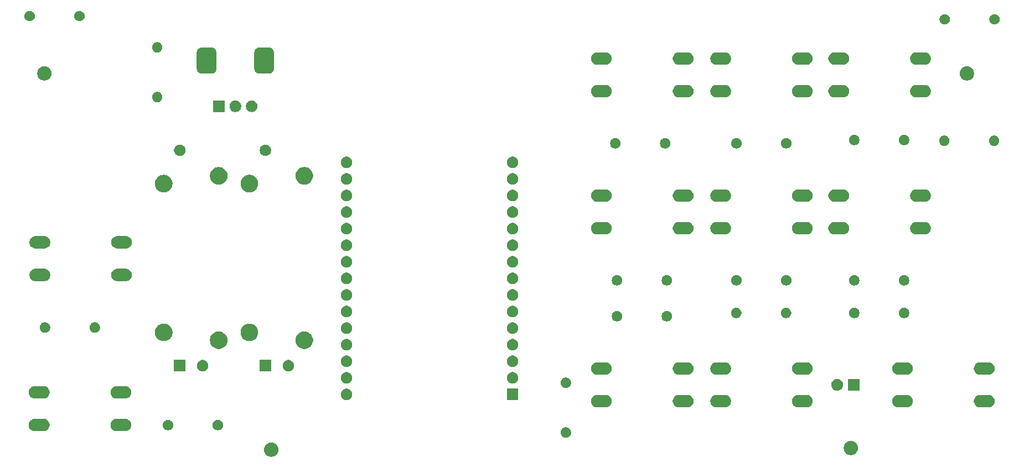
<source format=gbs>
G04 #@! TF.GenerationSoftware,KiCad,Pcbnew,9.0.1*
G04 #@! TF.CreationDate,2025-07-04T11:18:44+02:00*
G04 #@! TF.ProjectId,SecondTry,5365636f-6e64-4547-9279-2e6b69636164,rev?*
G04 #@! TF.SameCoordinates,Original*
G04 #@! TF.FileFunction,Soldermask,Bot*
G04 #@! TF.FilePolarity,Negative*
%FSLAX46Y46*%
G04 Gerber Fmt 4.6, Leading zero omitted, Abs format (unit mm)*
G04 Created by KiCad (PCBNEW 9.0.1) date 2025-07-04 11:18:44*
%MOMM*%
%LPD*%
G01*
G04 APERTURE LIST*
G04 APERTURE END LIST*
G36*
X123456790Y-134500393D02*
G01*
X123620952Y-134553733D01*
X123774748Y-134632096D01*
X123914393Y-134733553D01*
X124036447Y-134855607D01*
X124137904Y-134995252D01*
X124216267Y-135149048D01*
X124269607Y-135313210D01*
X124296609Y-135483695D01*
X124296609Y-135656305D01*
X124269607Y-135826790D01*
X124216267Y-135990952D01*
X124137904Y-136144748D01*
X124036447Y-136284393D01*
X123914393Y-136406447D01*
X123774748Y-136507904D01*
X123620952Y-136586267D01*
X123456790Y-136639607D01*
X123286305Y-136666609D01*
X123113695Y-136666609D01*
X122943210Y-136639607D01*
X122779048Y-136586267D01*
X122625252Y-136507904D01*
X122485607Y-136406447D01*
X122363553Y-136284393D01*
X122262096Y-136144748D01*
X122183733Y-135990952D01*
X122130393Y-135826790D01*
X122103391Y-135656305D01*
X122103391Y-135483695D01*
X122130393Y-135313210D01*
X122183733Y-135149048D01*
X122262096Y-134995252D01*
X122363553Y-134855607D01*
X122485607Y-134733553D01*
X122625252Y-134632096D01*
X122779048Y-134553733D01*
X122943210Y-134500393D01*
X123113695Y-134473391D01*
X123286305Y-134473391D01*
X123456790Y-134500393D01*
G37*
G36*
X212106790Y-134230393D02*
G01*
X212270952Y-134283733D01*
X212424748Y-134362096D01*
X212564393Y-134463553D01*
X212686447Y-134585607D01*
X212787904Y-134725252D01*
X212866267Y-134879048D01*
X212919607Y-135043210D01*
X212946609Y-135213695D01*
X212946609Y-135386305D01*
X212919607Y-135556790D01*
X212866267Y-135720952D01*
X212787904Y-135874748D01*
X212686447Y-136014393D01*
X212564393Y-136136447D01*
X212424748Y-136237904D01*
X212270952Y-136316267D01*
X212106790Y-136369607D01*
X211936305Y-136396609D01*
X211763695Y-136396609D01*
X211593210Y-136369607D01*
X211429048Y-136316267D01*
X211275252Y-136237904D01*
X211135607Y-136136447D01*
X211013553Y-136014393D01*
X210912096Y-135874748D01*
X210833733Y-135720952D01*
X210780393Y-135556790D01*
X210753391Y-135386305D01*
X210753391Y-135213695D01*
X210780393Y-135043210D01*
X210833733Y-134879048D01*
X210912096Y-134725252D01*
X211013553Y-134585607D01*
X211135607Y-134463553D01*
X211275252Y-134362096D01*
X211429048Y-134283733D01*
X211593210Y-134230393D01*
X211763695Y-134203391D01*
X211936305Y-134203391D01*
X212106790Y-134230393D01*
G37*
G36*
X168482228Y-132164448D02*
G01*
X168627117Y-132224463D01*
X168757515Y-132311592D01*
X168868408Y-132422485D01*
X168955537Y-132552883D01*
X169015552Y-132697772D01*
X169046148Y-132851586D01*
X169046148Y-133008414D01*
X169015552Y-133162228D01*
X168955537Y-133307117D01*
X168868408Y-133437515D01*
X168757515Y-133548408D01*
X168627117Y-133635537D01*
X168482228Y-133695552D01*
X168328414Y-133726148D01*
X168171586Y-133726148D01*
X168017772Y-133695552D01*
X167872883Y-133635537D01*
X167742485Y-133548408D01*
X167631592Y-133437515D01*
X167544463Y-133307117D01*
X167484448Y-133162228D01*
X167453852Y-133008414D01*
X167453852Y-132851586D01*
X167484448Y-132697772D01*
X167544463Y-132552883D01*
X167631592Y-132422485D01*
X167742485Y-132311592D01*
X167872883Y-132224463D01*
X168017772Y-132164448D01*
X168171586Y-132133852D01*
X168328414Y-132133852D01*
X168482228Y-132164448D01*
G37*
G36*
X88443116Y-130844575D02*
G01*
X88625770Y-130880907D01*
X88797827Y-130952175D01*
X88952674Y-131055640D01*
X89084360Y-131187326D01*
X89187825Y-131342173D01*
X89259093Y-131514230D01*
X89295425Y-131696884D01*
X89295425Y-131883116D01*
X89259093Y-132065770D01*
X89187825Y-132237827D01*
X89084360Y-132392674D01*
X88952674Y-132524360D01*
X88797827Y-132627825D01*
X88625770Y-132699093D01*
X88443116Y-132735425D01*
X88350000Y-132740000D01*
X88348522Y-132740000D01*
X87051478Y-132740000D01*
X87050000Y-132740000D01*
X86956884Y-132735425D01*
X86774230Y-132699093D01*
X86602173Y-132627825D01*
X86447326Y-132524360D01*
X86315640Y-132392674D01*
X86212175Y-132237827D01*
X86140907Y-132065770D01*
X86104575Y-131883116D01*
X86104575Y-131696884D01*
X86140907Y-131514230D01*
X86212175Y-131342173D01*
X86315640Y-131187326D01*
X86447326Y-131055640D01*
X86602173Y-130952175D01*
X86774230Y-130880907D01*
X86956884Y-130844575D01*
X87050000Y-130840000D01*
X88350000Y-130840000D01*
X88443116Y-130844575D01*
G37*
G36*
X100943116Y-130844575D02*
G01*
X101125770Y-130880907D01*
X101297827Y-130952175D01*
X101452674Y-131055640D01*
X101584360Y-131187326D01*
X101687825Y-131342173D01*
X101759093Y-131514230D01*
X101795425Y-131696884D01*
X101795425Y-131883116D01*
X101759093Y-132065770D01*
X101687825Y-132237827D01*
X101584360Y-132392674D01*
X101452674Y-132524360D01*
X101297827Y-132627825D01*
X101125770Y-132699093D01*
X100943116Y-132735425D01*
X100850000Y-132740000D01*
X100848522Y-132740000D01*
X99551478Y-132740000D01*
X99550000Y-132740000D01*
X99456884Y-132735425D01*
X99274230Y-132699093D01*
X99102173Y-132627825D01*
X98947326Y-132524360D01*
X98815640Y-132392674D01*
X98712175Y-132237827D01*
X98640907Y-132065770D01*
X98604575Y-131883116D01*
X98604575Y-131696884D01*
X98640907Y-131514230D01*
X98712175Y-131342173D01*
X98815640Y-131187326D01*
X98947326Y-131055640D01*
X99102173Y-130952175D01*
X99274230Y-130880907D01*
X99456884Y-130844575D01*
X99550000Y-130840000D01*
X100850000Y-130840000D01*
X100943116Y-130844575D01*
G37*
G36*
X107632228Y-131024448D02*
G01*
X107777117Y-131084463D01*
X107907515Y-131171592D01*
X108018408Y-131282485D01*
X108105537Y-131412883D01*
X108165552Y-131557772D01*
X108196148Y-131711586D01*
X108196148Y-131868414D01*
X108165552Y-132022228D01*
X108105537Y-132167117D01*
X108018408Y-132297515D01*
X107907515Y-132408408D01*
X107777117Y-132495537D01*
X107632228Y-132555552D01*
X107478414Y-132586148D01*
X107321586Y-132586148D01*
X107167772Y-132555552D01*
X107022883Y-132495537D01*
X106892485Y-132408408D01*
X106781592Y-132297515D01*
X106694463Y-132167117D01*
X106634448Y-132022228D01*
X106603852Y-131868414D01*
X106603852Y-131711586D01*
X106634448Y-131557772D01*
X106694463Y-131412883D01*
X106781592Y-131282485D01*
X106892485Y-131171592D01*
X107022883Y-131084463D01*
X107167772Y-131024448D01*
X107321586Y-130993852D01*
X107478414Y-130993852D01*
X107632228Y-131024448D01*
G37*
G36*
X115252228Y-131024448D02*
G01*
X115397117Y-131084463D01*
X115527515Y-131171592D01*
X115638408Y-131282485D01*
X115725537Y-131412883D01*
X115785552Y-131557772D01*
X115816148Y-131711586D01*
X115816148Y-131868414D01*
X115785552Y-132022228D01*
X115725537Y-132167117D01*
X115638408Y-132297515D01*
X115527515Y-132408408D01*
X115397117Y-132495537D01*
X115252228Y-132555552D01*
X115098414Y-132586148D01*
X114941586Y-132586148D01*
X114787772Y-132555552D01*
X114642883Y-132495537D01*
X114512485Y-132408408D01*
X114401592Y-132297515D01*
X114314463Y-132167117D01*
X114254448Y-132022228D01*
X114223852Y-131868414D01*
X114223852Y-131711586D01*
X114254448Y-131557772D01*
X114314463Y-131412883D01*
X114401592Y-131282485D01*
X114512485Y-131171592D01*
X114642883Y-131084463D01*
X114787772Y-131024448D01*
X114941586Y-130993852D01*
X115098414Y-130993852D01*
X115252228Y-131024448D01*
G37*
G36*
X174433116Y-127174575D02*
G01*
X174615770Y-127210907D01*
X174787827Y-127282175D01*
X174942674Y-127385640D01*
X175074360Y-127517326D01*
X175177825Y-127672173D01*
X175249093Y-127844230D01*
X175285425Y-128026884D01*
X175285425Y-128213116D01*
X175249093Y-128395770D01*
X175177825Y-128567827D01*
X175074360Y-128722674D01*
X174942674Y-128854360D01*
X174787827Y-128957825D01*
X174615770Y-129029093D01*
X174433116Y-129065425D01*
X174340000Y-129070000D01*
X174338522Y-129070000D01*
X173041478Y-129070000D01*
X173040000Y-129070000D01*
X172946884Y-129065425D01*
X172764230Y-129029093D01*
X172592173Y-128957825D01*
X172437326Y-128854360D01*
X172305640Y-128722674D01*
X172202175Y-128567827D01*
X172130907Y-128395770D01*
X172094575Y-128213116D01*
X172094575Y-128026884D01*
X172130907Y-127844230D01*
X172202175Y-127672173D01*
X172305640Y-127517326D01*
X172437326Y-127385640D01*
X172592173Y-127282175D01*
X172764230Y-127210907D01*
X172946884Y-127174575D01*
X173040000Y-127170000D01*
X174340000Y-127170000D01*
X174433116Y-127174575D01*
G37*
G36*
X186933116Y-127174575D02*
G01*
X187115770Y-127210907D01*
X187287827Y-127282175D01*
X187442674Y-127385640D01*
X187574360Y-127517326D01*
X187677825Y-127672173D01*
X187749093Y-127844230D01*
X187785425Y-128026884D01*
X187785425Y-128213116D01*
X187749093Y-128395770D01*
X187677825Y-128567827D01*
X187574360Y-128722674D01*
X187442674Y-128854360D01*
X187287827Y-128957825D01*
X187115770Y-129029093D01*
X186933116Y-129065425D01*
X186840000Y-129070000D01*
X186838522Y-129070000D01*
X185541478Y-129070000D01*
X185540000Y-129070000D01*
X185446884Y-129065425D01*
X185264230Y-129029093D01*
X185092173Y-128957825D01*
X184937326Y-128854360D01*
X184805640Y-128722674D01*
X184702175Y-128567827D01*
X184630907Y-128395770D01*
X184594575Y-128213116D01*
X184594575Y-128026884D01*
X184630907Y-127844230D01*
X184702175Y-127672173D01*
X184805640Y-127517326D01*
X184937326Y-127385640D01*
X185092173Y-127282175D01*
X185264230Y-127210907D01*
X185446884Y-127174575D01*
X185540000Y-127170000D01*
X186840000Y-127170000D01*
X186933116Y-127174575D01*
G37*
G36*
X192683116Y-127174575D02*
G01*
X192865770Y-127210907D01*
X193037827Y-127282175D01*
X193192674Y-127385640D01*
X193324360Y-127517326D01*
X193427825Y-127672173D01*
X193499093Y-127844230D01*
X193535425Y-128026884D01*
X193535425Y-128213116D01*
X193499093Y-128395770D01*
X193427825Y-128567827D01*
X193324360Y-128722674D01*
X193192674Y-128854360D01*
X193037827Y-128957825D01*
X192865770Y-129029093D01*
X192683116Y-129065425D01*
X192590000Y-129070000D01*
X192588522Y-129070000D01*
X191291478Y-129070000D01*
X191290000Y-129070000D01*
X191196884Y-129065425D01*
X191014230Y-129029093D01*
X190842173Y-128957825D01*
X190687326Y-128854360D01*
X190555640Y-128722674D01*
X190452175Y-128567827D01*
X190380907Y-128395770D01*
X190344575Y-128213116D01*
X190344575Y-128026884D01*
X190380907Y-127844230D01*
X190452175Y-127672173D01*
X190555640Y-127517326D01*
X190687326Y-127385640D01*
X190842173Y-127282175D01*
X191014230Y-127210907D01*
X191196884Y-127174575D01*
X191290000Y-127170000D01*
X192590000Y-127170000D01*
X192683116Y-127174575D01*
G37*
G36*
X205183116Y-127174575D02*
G01*
X205365770Y-127210907D01*
X205537827Y-127282175D01*
X205692674Y-127385640D01*
X205824360Y-127517326D01*
X205927825Y-127672173D01*
X205999093Y-127844230D01*
X206035425Y-128026884D01*
X206035425Y-128213116D01*
X205999093Y-128395770D01*
X205927825Y-128567827D01*
X205824360Y-128722674D01*
X205692674Y-128854360D01*
X205537827Y-128957825D01*
X205365770Y-129029093D01*
X205183116Y-129065425D01*
X205090000Y-129070000D01*
X205088522Y-129070000D01*
X203791478Y-129070000D01*
X203790000Y-129070000D01*
X203696884Y-129065425D01*
X203514230Y-129029093D01*
X203342173Y-128957825D01*
X203187326Y-128854360D01*
X203055640Y-128722674D01*
X202952175Y-128567827D01*
X202880907Y-128395770D01*
X202844575Y-128213116D01*
X202844575Y-128026884D01*
X202880907Y-127844230D01*
X202952175Y-127672173D01*
X203055640Y-127517326D01*
X203187326Y-127385640D01*
X203342173Y-127282175D01*
X203514230Y-127210907D01*
X203696884Y-127174575D01*
X203790000Y-127170000D01*
X205090000Y-127170000D01*
X205183116Y-127174575D01*
G37*
G36*
X220493116Y-127174575D02*
G01*
X220675770Y-127210907D01*
X220847827Y-127282175D01*
X221002674Y-127385640D01*
X221134360Y-127517326D01*
X221237825Y-127672173D01*
X221309093Y-127844230D01*
X221345425Y-128026884D01*
X221345425Y-128213116D01*
X221309093Y-128395770D01*
X221237825Y-128567827D01*
X221134360Y-128722674D01*
X221002674Y-128854360D01*
X220847827Y-128957825D01*
X220675770Y-129029093D01*
X220493116Y-129065425D01*
X220400000Y-129070000D01*
X220398522Y-129070000D01*
X219101478Y-129070000D01*
X219100000Y-129070000D01*
X219006884Y-129065425D01*
X218824230Y-129029093D01*
X218652173Y-128957825D01*
X218497326Y-128854360D01*
X218365640Y-128722674D01*
X218262175Y-128567827D01*
X218190907Y-128395770D01*
X218154575Y-128213116D01*
X218154575Y-128026884D01*
X218190907Y-127844230D01*
X218262175Y-127672173D01*
X218365640Y-127517326D01*
X218497326Y-127385640D01*
X218652173Y-127282175D01*
X218824230Y-127210907D01*
X219006884Y-127174575D01*
X219100000Y-127170000D01*
X220400000Y-127170000D01*
X220493116Y-127174575D01*
G37*
G36*
X232993116Y-127174575D02*
G01*
X233175770Y-127210907D01*
X233347827Y-127282175D01*
X233502674Y-127385640D01*
X233634360Y-127517326D01*
X233737825Y-127672173D01*
X233809093Y-127844230D01*
X233845425Y-128026884D01*
X233845425Y-128213116D01*
X233809093Y-128395770D01*
X233737825Y-128567827D01*
X233634360Y-128722674D01*
X233502674Y-128854360D01*
X233347827Y-128957825D01*
X233175770Y-129029093D01*
X232993116Y-129065425D01*
X232900000Y-129070000D01*
X232898522Y-129070000D01*
X231601478Y-129070000D01*
X231600000Y-129070000D01*
X231506884Y-129065425D01*
X231324230Y-129029093D01*
X231152173Y-128957825D01*
X230997326Y-128854360D01*
X230865640Y-128722674D01*
X230762175Y-128567827D01*
X230690907Y-128395770D01*
X230654575Y-128213116D01*
X230654575Y-128026884D01*
X230690907Y-127844230D01*
X230762175Y-127672173D01*
X230865640Y-127517326D01*
X230997326Y-127385640D01*
X231152173Y-127282175D01*
X231324230Y-127210907D01*
X231506884Y-127174575D01*
X231600000Y-127170000D01*
X232900000Y-127170000D01*
X232993116Y-127174575D01*
G37*
G36*
X160919034Y-126215764D02*
G01*
X160952125Y-126237875D01*
X160974236Y-126270966D01*
X160982000Y-126310000D01*
X160982000Y-127870000D01*
X160974236Y-127909034D01*
X160952125Y-127942125D01*
X160919034Y-127964236D01*
X160880000Y-127972000D01*
X159320000Y-127972000D01*
X159280966Y-127964236D01*
X159247875Y-127942125D01*
X159225764Y-127909034D01*
X159218000Y-127870000D01*
X159218000Y-126310000D01*
X159225764Y-126270966D01*
X159247875Y-126237875D01*
X159280966Y-126215764D01*
X159320000Y-126208000D01*
X160880000Y-126208000D01*
X160919034Y-126215764D01*
G37*
G36*
X134956031Y-126245979D02*
G01*
X135115772Y-126312145D01*
X135259535Y-126408205D01*
X135381795Y-126530465D01*
X135477855Y-126674228D01*
X135544021Y-126833969D01*
X135577753Y-127003549D01*
X135577753Y-127176451D01*
X135544021Y-127346031D01*
X135477855Y-127505772D01*
X135381795Y-127649535D01*
X135259535Y-127771795D01*
X135115772Y-127867855D01*
X134956031Y-127934021D01*
X134786451Y-127967753D01*
X134613549Y-127967753D01*
X134443969Y-127934021D01*
X134284228Y-127867855D01*
X134140465Y-127771795D01*
X134018205Y-127649535D01*
X133922145Y-127505772D01*
X133855979Y-127346031D01*
X133822247Y-127176451D01*
X133822247Y-127003549D01*
X133855979Y-126833969D01*
X133922145Y-126674228D01*
X134018205Y-126530465D01*
X134140465Y-126408205D01*
X134284228Y-126312145D01*
X134443969Y-126245979D01*
X134613549Y-126212247D01*
X134786451Y-126212247D01*
X134956031Y-126245979D01*
G37*
G36*
X88443116Y-125844575D02*
G01*
X88625770Y-125880907D01*
X88797827Y-125952175D01*
X88952674Y-126055640D01*
X89084360Y-126187326D01*
X89187825Y-126342173D01*
X89259093Y-126514230D01*
X89295425Y-126696884D01*
X89295425Y-126883116D01*
X89259093Y-127065770D01*
X89187825Y-127237827D01*
X89084360Y-127392674D01*
X88952674Y-127524360D01*
X88797827Y-127627825D01*
X88625770Y-127699093D01*
X88443116Y-127735425D01*
X88350000Y-127740000D01*
X88348522Y-127740000D01*
X87051478Y-127740000D01*
X87050000Y-127740000D01*
X86956884Y-127735425D01*
X86774230Y-127699093D01*
X86602173Y-127627825D01*
X86447326Y-127524360D01*
X86315640Y-127392674D01*
X86212175Y-127237827D01*
X86140907Y-127065770D01*
X86104575Y-126883116D01*
X86104575Y-126696884D01*
X86140907Y-126514230D01*
X86212175Y-126342173D01*
X86315640Y-126187326D01*
X86447326Y-126055640D01*
X86602173Y-125952175D01*
X86774230Y-125880907D01*
X86956884Y-125844575D01*
X87050000Y-125840000D01*
X88350000Y-125840000D01*
X88443116Y-125844575D01*
G37*
G36*
X100943116Y-125844575D02*
G01*
X101125770Y-125880907D01*
X101297827Y-125952175D01*
X101452674Y-126055640D01*
X101584360Y-126187326D01*
X101687825Y-126342173D01*
X101759093Y-126514230D01*
X101795425Y-126696884D01*
X101795425Y-126883116D01*
X101759093Y-127065770D01*
X101687825Y-127237827D01*
X101584360Y-127392674D01*
X101452674Y-127524360D01*
X101297827Y-127627825D01*
X101125770Y-127699093D01*
X100943116Y-127735425D01*
X100850000Y-127740000D01*
X100848522Y-127740000D01*
X99551478Y-127740000D01*
X99550000Y-127740000D01*
X99456884Y-127735425D01*
X99274230Y-127699093D01*
X99102173Y-127627825D01*
X98947326Y-127524360D01*
X98815640Y-127392674D01*
X98712175Y-127237827D01*
X98640907Y-127065770D01*
X98604575Y-126883116D01*
X98604575Y-126696884D01*
X98640907Y-126514230D01*
X98712175Y-126342173D01*
X98815640Y-126187326D01*
X98947326Y-126055640D01*
X99102173Y-125952175D01*
X99274230Y-125880907D01*
X99456884Y-125844575D01*
X99550000Y-125840000D01*
X100850000Y-125840000D01*
X100943116Y-125844575D01*
G37*
G36*
X213190000Y-126520000D02*
G01*
X211390000Y-126520000D01*
X211390000Y-124720000D01*
X213190000Y-124720000D01*
X213190000Y-126520000D01*
G37*
G36*
X210011256Y-124758754D02*
G01*
X210174257Y-124826271D01*
X210320954Y-124924291D01*
X210445709Y-125049046D01*
X210543729Y-125195743D01*
X210611246Y-125358744D01*
X210645666Y-125531785D01*
X210645666Y-125708215D01*
X210611246Y-125881256D01*
X210543729Y-126044257D01*
X210445709Y-126190954D01*
X210320954Y-126315709D01*
X210174257Y-126413729D01*
X210011256Y-126481246D01*
X209838215Y-126515666D01*
X209661785Y-126515666D01*
X209488744Y-126481246D01*
X209325743Y-126413729D01*
X209179046Y-126315709D01*
X209054291Y-126190954D01*
X208956271Y-126044257D01*
X208888754Y-125881256D01*
X208854334Y-125708215D01*
X208854334Y-125531785D01*
X208888754Y-125358744D01*
X208956271Y-125195743D01*
X209054291Y-125049046D01*
X209179046Y-124924291D01*
X209325743Y-124826271D01*
X209488744Y-124758754D01*
X209661785Y-124724334D01*
X209838215Y-124724334D01*
X210011256Y-124758754D01*
G37*
G36*
X168482228Y-124544448D02*
G01*
X168627117Y-124604463D01*
X168757515Y-124691592D01*
X168868408Y-124802485D01*
X168955537Y-124932883D01*
X169015552Y-125077772D01*
X169046148Y-125231586D01*
X169046148Y-125388414D01*
X169015552Y-125542228D01*
X168955537Y-125687117D01*
X168868408Y-125817515D01*
X168757515Y-125928408D01*
X168627117Y-126015537D01*
X168482228Y-126075552D01*
X168328414Y-126106148D01*
X168171586Y-126106148D01*
X168017772Y-126075552D01*
X167872883Y-126015537D01*
X167742485Y-125928408D01*
X167631592Y-125817515D01*
X167544463Y-125687117D01*
X167484448Y-125542228D01*
X167453852Y-125388414D01*
X167453852Y-125231586D01*
X167484448Y-125077772D01*
X167544463Y-124932883D01*
X167631592Y-124802485D01*
X167742485Y-124691592D01*
X167872883Y-124604463D01*
X168017772Y-124544448D01*
X168171586Y-124513852D01*
X168328414Y-124513852D01*
X168482228Y-124544448D01*
G37*
G36*
X134956031Y-123705979D02*
G01*
X135115772Y-123772145D01*
X135259535Y-123868205D01*
X135381795Y-123990465D01*
X135477855Y-124134228D01*
X135544021Y-124293969D01*
X135577753Y-124463549D01*
X135577753Y-124636451D01*
X135544021Y-124806031D01*
X135477855Y-124965772D01*
X135381795Y-125109535D01*
X135259535Y-125231795D01*
X135115772Y-125327855D01*
X134956031Y-125394021D01*
X134786451Y-125427753D01*
X134613549Y-125427753D01*
X134443969Y-125394021D01*
X134284228Y-125327855D01*
X134140465Y-125231795D01*
X134018205Y-125109535D01*
X133922145Y-124965772D01*
X133855979Y-124806031D01*
X133822247Y-124636451D01*
X133822247Y-124463549D01*
X133855979Y-124293969D01*
X133922145Y-124134228D01*
X134018205Y-123990465D01*
X134140465Y-123868205D01*
X134284228Y-123772145D01*
X134443969Y-123705979D01*
X134613549Y-123672247D01*
X134786451Y-123672247D01*
X134956031Y-123705979D01*
G37*
G36*
X160356031Y-123705979D02*
G01*
X160515772Y-123772145D01*
X160659535Y-123868205D01*
X160781795Y-123990465D01*
X160877855Y-124134228D01*
X160944021Y-124293969D01*
X160977753Y-124463549D01*
X160977753Y-124636451D01*
X160944021Y-124806031D01*
X160877855Y-124965772D01*
X160781795Y-125109535D01*
X160659535Y-125231795D01*
X160515772Y-125327855D01*
X160356031Y-125394021D01*
X160186451Y-125427753D01*
X160013549Y-125427753D01*
X159843969Y-125394021D01*
X159684228Y-125327855D01*
X159540465Y-125231795D01*
X159418205Y-125109535D01*
X159322145Y-124965772D01*
X159255979Y-124806031D01*
X159222247Y-124636451D01*
X159222247Y-124463549D01*
X159255979Y-124293969D01*
X159322145Y-124134228D01*
X159418205Y-123990465D01*
X159540465Y-123868205D01*
X159684228Y-123772145D01*
X159843969Y-123705979D01*
X160013549Y-123672247D01*
X160186451Y-123672247D01*
X160356031Y-123705979D01*
G37*
G36*
X174433116Y-122174575D02*
G01*
X174615770Y-122210907D01*
X174787827Y-122282175D01*
X174942674Y-122385640D01*
X175074360Y-122517326D01*
X175177825Y-122672173D01*
X175249093Y-122844230D01*
X175285425Y-123026884D01*
X175285425Y-123213116D01*
X175249093Y-123395770D01*
X175177825Y-123567827D01*
X175074360Y-123722674D01*
X174942674Y-123854360D01*
X174787827Y-123957825D01*
X174615770Y-124029093D01*
X174433116Y-124065425D01*
X174340000Y-124070000D01*
X174338522Y-124070000D01*
X173041478Y-124070000D01*
X173040000Y-124070000D01*
X172946884Y-124065425D01*
X172764230Y-124029093D01*
X172592173Y-123957825D01*
X172437326Y-123854360D01*
X172305640Y-123722674D01*
X172202175Y-123567827D01*
X172130907Y-123395770D01*
X172094575Y-123213116D01*
X172094575Y-123026884D01*
X172130907Y-122844230D01*
X172202175Y-122672173D01*
X172305640Y-122517326D01*
X172437326Y-122385640D01*
X172592173Y-122282175D01*
X172764230Y-122210907D01*
X172946884Y-122174575D01*
X173040000Y-122170000D01*
X174340000Y-122170000D01*
X174433116Y-122174575D01*
G37*
G36*
X186933116Y-122174575D02*
G01*
X187115770Y-122210907D01*
X187287827Y-122282175D01*
X187442674Y-122385640D01*
X187574360Y-122517326D01*
X187677825Y-122672173D01*
X187749093Y-122844230D01*
X187785425Y-123026884D01*
X187785425Y-123213116D01*
X187749093Y-123395770D01*
X187677825Y-123567827D01*
X187574360Y-123722674D01*
X187442674Y-123854360D01*
X187287827Y-123957825D01*
X187115770Y-124029093D01*
X186933116Y-124065425D01*
X186840000Y-124070000D01*
X186838522Y-124070000D01*
X185541478Y-124070000D01*
X185540000Y-124070000D01*
X185446884Y-124065425D01*
X185264230Y-124029093D01*
X185092173Y-123957825D01*
X184937326Y-123854360D01*
X184805640Y-123722674D01*
X184702175Y-123567827D01*
X184630907Y-123395770D01*
X184594575Y-123213116D01*
X184594575Y-123026884D01*
X184630907Y-122844230D01*
X184702175Y-122672173D01*
X184805640Y-122517326D01*
X184937326Y-122385640D01*
X185092173Y-122282175D01*
X185264230Y-122210907D01*
X185446884Y-122174575D01*
X185540000Y-122170000D01*
X186840000Y-122170000D01*
X186933116Y-122174575D01*
G37*
G36*
X192683116Y-122174575D02*
G01*
X192865770Y-122210907D01*
X193037827Y-122282175D01*
X193192674Y-122385640D01*
X193324360Y-122517326D01*
X193427825Y-122672173D01*
X193499093Y-122844230D01*
X193535425Y-123026884D01*
X193535425Y-123213116D01*
X193499093Y-123395770D01*
X193427825Y-123567827D01*
X193324360Y-123722674D01*
X193192674Y-123854360D01*
X193037827Y-123957825D01*
X192865770Y-124029093D01*
X192683116Y-124065425D01*
X192590000Y-124070000D01*
X192588522Y-124070000D01*
X191291478Y-124070000D01*
X191290000Y-124070000D01*
X191196884Y-124065425D01*
X191014230Y-124029093D01*
X190842173Y-123957825D01*
X190687326Y-123854360D01*
X190555640Y-123722674D01*
X190452175Y-123567827D01*
X190380907Y-123395770D01*
X190344575Y-123213116D01*
X190344575Y-123026884D01*
X190380907Y-122844230D01*
X190452175Y-122672173D01*
X190555640Y-122517326D01*
X190687326Y-122385640D01*
X190842173Y-122282175D01*
X191014230Y-122210907D01*
X191196884Y-122174575D01*
X191290000Y-122170000D01*
X192590000Y-122170000D01*
X192683116Y-122174575D01*
G37*
G36*
X205183116Y-122174575D02*
G01*
X205365770Y-122210907D01*
X205537827Y-122282175D01*
X205692674Y-122385640D01*
X205824360Y-122517326D01*
X205927825Y-122672173D01*
X205999093Y-122844230D01*
X206035425Y-123026884D01*
X206035425Y-123213116D01*
X205999093Y-123395770D01*
X205927825Y-123567827D01*
X205824360Y-123722674D01*
X205692674Y-123854360D01*
X205537827Y-123957825D01*
X205365770Y-124029093D01*
X205183116Y-124065425D01*
X205090000Y-124070000D01*
X205088522Y-124070000D01*
X203791478Y-124070000D01*
X203790000Y-124070000D01*
X203696884Y-124065425D01*
X203514230Y-124029093D01*
X203342173Y-123957825D01*
X203187326Y-123854360D01*
X203055640Y-123722674D01*
X202952175Y-123567827D01*
X202880907Y-123395770D01*
X202844575Y-123213116D01*
X202844575Y-123026884D01*
X202880907Y-122844230D01*
X202952175Y-122672173D01*
X203055640Y-122517326D01*
X203187326Y-122385640D01*
X203342173Y-122282175D01*
X203514230Y-122210907D01*
X203696884Y-122174575D01*
X203790000Y-122170000D01*
X205090000Y-122170000D01*
X205183116Y-122174575D01*
G37*
G36*
X220493116Y-122174575D02*
G01*
X220675770Y-122210907D01*
X220847827Y-122282175D01*
X221002674Y-122385640D01*
X221134360Y-122517326D01*
X221237825Y-122672173D01*
X221309093Y-122844230D01*
X221345425Y-123026884D01*
X221345425Y-123213116D01*
X221309093Y-123395770D01*
X221237825Y-123567827D01*
X221134360Y-123722674D01*
X221002674Y-123854360D01*
X220847827Y-123957825D01*
X220675770Y-124029093D01*
X220493116Y-124065425D01*
X220400000Y-124070000D01*
X220398522Y-124070000D01*
X219101478Y-124070000D01*
X219100000Y-124070000D01*
X219006884Y-124065425D01*
X218824230Y-124029093D01*
X218652173Y-123957825D01*
X218497326Y-123854360D01*
X218365640Y-123722674D01*
X218262175Y-123567827D01*
X218190907Y-123395770D01*
X218154575Y-123213116D01*
X218154575Y-123026884D01*
X218190907Y-122844230D01*
X218262175Y-122672173D01*
X218365640Y-122517326D01*
X218497326Y-122385640D01*
X218652173Y-122282175D01*
X218824230Y-122210907D01*
X219006884Y-122174575D01*
X219100000Y-122170000D01*
X220400000Y-122170000D01*
X220493116Y-122174575D01*
G37*
G36*
X232993116Y-122174575D02*
G01*
X233175770Y-122210907D01*
X233347827Y-122282175D01*
X233502674Y-122385640D01*
X233634360Y-122517326D01*
X233737825Y-122672173D01*
X233809093Y-122844230D01*
X233845425Y-123026884D01*
X233845425Y-123213116D01*
X233809093Y-123395770D01*
X233737825Y-123567827D01*
X233634360Y-123722674D01*
X233502674Y-123854360D01*
X233347827Y-123957825D01*
X233175770Y-124029093D01*
X232993116Y-124065425D01*
X232900000Y-124070000D01*
X232898522Y-124070000D01*
X231601478Y-124070000D01*
X231600000Y-124070000D01*
X231506884Y-124065425D01*
X231324230Y-124029093D01*
X231152173Y-123957825D01*
X230997326Y-123854360D01*
X230865640Y-123722674D01*
X230762175Y-123567827D01*
X230690907Y-123395770D01*
X230654575Y-123213116D01*
X230654575Y-123026884D01*
X230690907Y-122844230D01*
X230762175Y-122672173D01*
X230865640Y-122517326D01*
X230997326Y-122385640D01*
X231152173Y-122282175D01*
X231324230Y-122210907D01*
X231506884Y-122174575D01*
X231600000Y-122170000D01*
X232900000Y-122170000D01*
X232993116Y-122174575D01*
G37*
G36*
X110075000Y-123565000D02*
G01*
X108325000Y-123565000D01*
X108325000Y-121815000D01*
X110075000Y-121815000D01*
X110075000Y-123565000D01*
G37*
G36*
X123175000Y-123565000D02*
G01*
X121425000Y-123565000D01*
X121425000Y-121815000D01*
X123175000Y-121815000D01*
X123175000Y-123565000D01*
G37*
G36*
X112953999Y-121852677D02*
G01*
X113112472Y-121918319D01*
X113255094Y-122013616D01*
X113376384Y-122134906D01*
X113471681Y-122277528D01*
X113537323Y-122436001D01*
X113570787Y-122604235D01*
X113570787Y-122775765D01*
X113537323Y-122943999D01*
X113471681Y-123102472D01*
X113376384Y-123245094D01*
X113255094Y-123366384D01*
X113112472Y-123461681D01*
X112953999Y-123527323D01*
X112785765Y-123560787D01*
X112614235Y-123560787D01*
X112446001Y-123527323D01*
X112287528Y-123461681D01*
X112144906Y-123366384D01*
X112023616Y-123245094D01*
X111928319Y-123102472D01*
X111862677Y-122943999D01*
X111829213Y-122775765D01*
X111829213Y-122604235D01*
X111862677Y-122436001D01*
X111928319Y-122277528D01*
X112023616Y-122134906D01*
X112144906Y-122013616D01*
X112287528Y-121918319D01*
X112446001Y-121852677D01*
X112614235Y-121819213D01*
X112785765Y-121819213D01*
X112953999Y-121852677D01*
G37*
G36*
X126053999Y-121852677D02*
G01*
X126212472Y-121918319D01*
X126355094Y-122013616D01*
X126476384Y-122134906D01*
X126571681Y-122277528D01*
X126637323Y-122436001D01*
X126670787Y-122604235D01*
X126670787Y-122775765D01*
X126637323Y-122943999D01*
X126571681Y-123102472D01*
X126476384Y-123245094D01*
X126355094Y-123366384D01*
X126212472Y-123461681D01*
X126053999Y-123527323D01*
X125885765Y-123560787D01*
X125714235Y-123560787D01*
X125546001Y-123527323D01*
X125387528Y-123461681D01*
X125244906Y-123366384D01*
X125123616Y-123245094D01*
X125028319Y-123102472D01*
X124962677Y-122943999D01*
X124929213Y-122775765D01*
X124929213Y-122604235D01*
X124962677Y-122436001D01*
X125028319Y-122277528D01*
X125123616Y-122134906D01*
X125244906Y-122013616D01*
X125387528Y-121918319D01*
X125546001Y-121852677D01*
X125714235Y-121819213D01*
X125885765Y-121819213D01*
X126053999Y-121852677D01*
G37*
G36*
X134956031Y-121165979D02*
G01*
X135115772Y-121232145D01*
X135259535Y-121328205D01*
X135381795Y-121450465D01*
X135477855Y-121594228D01*
X135544021Y-121753969D01*
X135577753Y-121923549D01*
X135577753Y-122096451D01*
X135544021Y-122266031D01*
X135477855Y-122425772D01*
X135381795Y-122569535D01*
X135259535Y-122691795D01*
X135115772Y-122787855D01*
X134956031Y-122854021D01*
X134786451Y-122887753D01*
X134613549Y-122887753D01*
X134443969Y-122854021D01*
X134284228Y-122787855D01*
X134140465Y-122691795D01*
X134018205Y-122569535D01*
X133922145Y-122425772D01*
X133855979Y-122266031D01*
X133822247Y-122096451D01*
X133822247Y-121923549D01*
X133855979Y-121753969D01*
X133922145Y-121594228D01*
X134018205Y-121450465D01*
X134140465Y-121328205D01*
X134284228Y-121232145D01*
X134443969Y-121165979D01*
X134613549Y-121132247D01*
X134786451Y-121132247D01*
X134956031Y-121165979D01*
G37*
G36*
X160356031Y-121165979D02*
G01*
X160515772Y-121232145D01*
X160659535Y-121328205D01*
X160781795Y-121450465D01*
X160877855Y-121594228D01*
X160944021Y-121753969D01*
X160977753Y-121923549D01*
X160977753Y-122096451D01*
X160944021Y-122266031D01*
X160877855Y-122425772D01*
X160781795Y-122569535D01*
X160659535Y-122691795D01*
X160515772Y-122787855D01*
X160356031Y-122854021D01*
X160186451Y-122887753D01*
X160013549Y-122887753D01*
X159843969Y-122854021D01*
X159684228Y-122787855D01*
X159540465Y-122691795D01*
X159418205Y-122569535D01*
X159322145Y-122425772D01*
X159255979Y-122266031D01*
X159222247Y-122096451D01*
X159222247Y-121923549D01*
X159255979Y-121753969D01*
X159322145Y-121594228D01*
X159418205Y-121450465D01*
X159540465Y-121328205D01*
X159684228Y-121232145D01*
X159843969Y-121165979D01*
X160013549Y-121132247D01*
X160186451Y-121132247D01*
X160356031Y-121165979D01*
G37*
G36*
X134956031Y-118625979D02*
G01*
X135115772Y-118692145D01*
X135259535Y-118788205D01*
X135381795Y-118910465D01*
X135477855Y-119054228D01*
X135544021Y-119213969D01*
X135577753Y-119383549D01*
X135577753Y-119556451D01*
X135544021Y-119726031D01*
X135477855Y-119885772D01*
X135381795Y-120029535D01*
X135259535Y-120151795D01*
X135115772Y-120247855D01*
X134956031Y-120314021D01*
X134786451Y-120347753D01*
X134613549Y-120347753D01*
X134443969Y-120314021D01*
X134284228Y-120247855D01*
X134140465Y-120151795D01*
X134018205Y-120029535D01*
X133922145Y-119885772D01*
X133855979Y-119726031D01*
X133822247Y-119556451D01*
X133822247Y-119383549D01*
X133855979Y-119213969D01*
X133922145Y-119054228D01*
X134018205Y-118910465D01*
X134140465Y-118788205D01*
X134284228Y-118692145D01*
X134443969Y-118625979D01*
X134613549Y-118592247D01*
X134786451Y-118592247D01*
X134956031Y-118625979D01*
G37*
G36*
X160356031Y-118625979D02*
G01*
X160515772Y-118692145D01*
X160659535Y-118788205D01*
X160781795Y-118910465D01*
X160877855Y-119054228D01*
X160944021Y-119213969D01*
X160977753Y-119383549D01*
X160977753Y-119556451D01*
X160944021Y-119726031D01*
X160877855Y-119885772D01*
X160781795Y-120029535D01*
X160659535Y-120151795D01*
X160515772Y-120247855D01*
X160356031Y-120314021D01*
X160186451Y-120347753D01*
X160013549Y-120347753D01*
X159843969Y-120314021D01*
X159684228Y-120247855D01*
X159540465Y-120151795D01*
X159418205Y-120029535D01*
X159322145Y-119885772D01*
X159255979Y-119726031D01*
X159222247Y-119556451D01*
X159222247Y-119383549D01*
X159255979Y-119213969D01*
X159322145Y-119054228D01*
X159418205Y-118910465D01*
X159540465Y-118788205D01*
X159684228Y-118692145D01*
X159843969Y-118625979D01*
X160013549Y-118592247D01*
X160186451Y-118592247D01*
X160356031Y-118625979D01*
G37*
G36*
X115465151Y-117477301D02*
G01*
X115666623Y-117542763D01*
X115855373Y-117638936D01*
X116026755Y-117763452D01*
X116176548Y-117913245D01*
X116301064Y-118084627D01*
X116397237Y-118273377D01*
X116462699Y-118474849D01*
X116495838Y-118684080D01*
X116495838Y-118895920D01*
X116462699Y-119105151D01*
X116397237Y-119306623D01*
X116301064Y-119495373D01*
X116176548Y-119666755D01*
X116026755Y-119816548D01*
X115855373Y-119941064D01*
X115666623Y-120037237D01*
X115465151Y-120102699D01*
X115255920Y-120135838D01*
X115044080Y-120135838D01*
X114834849Y-120102699D01*
X114633377Y-120037237D01*
X114444627Y-119941064D01*
X114273245Y-119816548D01*
X114123452Y-119666755D01*
X113998936Y-119495373D01*
X113902763Y-119306623D01*
X113837301Y-119105151D01*
X113804162Y-118895920D01*
X113804162Y-118684080D01*
X113837301Y-118474849D01*
X113902763Y-118273377D01*
X113998936Y-118084627D01*
X114123452Y-117913245D01*
X114273245Y-117763452D01*
X114444627Y-117638936D01*
X114633377Y-117542763D01*
X114834849Y-117477301D01*
X115044080Y-117444162D01*
X115255920Y-117444162D01*
X115465151Y-117477301D01*
G37*
G36*
X128565151Y-117477301D02*
G01*
X128766623Y-117542763D01*
X128955373Y-117638936D01*
X129126755Y-117763452D01*
X129276548Y-117913245D01*
X129401064Y-118084627D01*
X129497237Y-118273377D01*
X129562699Y-118474849D01*
X129595838Y-118684080D01*
X129595838Y-118895920D01*
X129562699Y-119105151D01*
X129497237Y-119306623D01*
X129401064Y-119495373D01*
X129276548Y-119666755D01*
X129126755Y-119816548D01*
X128955373Y-119941064D01*
X128766623Y-120037237D01*
X128565151Y-120102699D01*
X128355920Y-120135838D01*
X128144080Y-120135838D01*
X127934849Y-120102699D01*
X127733377Y-120037237D01*
X127544627Y-119941064D01*
X127373245Y-119816548D01*
X127223452Y-119666755D01*
X127098936Y-119495373D01*
X127002763Y-119306623D01*
X126937301Y-119105151D01*
X126904162Y-118895920D01*
X126904162Y-118684080D01*
X126937301Y-118474849D01*
X127002763Y-118273377D01*
X127098936Y-118084627D01*
X127223452Y-117913245D01*
X127373245Y-117763452D01*
X127544627Y-117638936D01*
X127733377Y-117542763D01*
X127934849Y-117477301D01*
X128144080Y-117444162D01*
X128355920Y-117444162D01*
X128565151Y-117477301D01*
G37*
G36*
X107065151Y-116277301D02*
G01*
X107266623Y-116342763D01*
X107455373Y-116438936D01*
X107626755Y-116563452D01*
X107776548Y-116713245D01*
X107901064Y-116884627D01*
X107997237Y-117073377D01*
X108062699Y-117274849D01*
X108095838Y-117484080D01*
X108095838Y-117695920D01*
X108062699Y-117905151D01*
X107997237Y-118106623D01*
X107901064Y-118295373D01*
X107776548Y-118466755D01*
X107626755Y-118616548D01*
X107455373Y-118741064D01*
X107266623Y-118837237D01*
X107065151Y-118902699D01*
X106855920Y-118935838D01*
X106644080Y-118935838D01*
X106434849Y-118902699D01*
X106233377Y-118837237D01*
X106044627Y-118741064D01*
X105873245Y-118616548D01*
X105723452Y-118466755D01*
X105598936Y-118295373D01*
X105502763Y-118106623D01*
X105437301Y-117905151D01*
X105404162Y-117695920D01*
X105404162Y-117484080D01*
X105437301Y-117274849D01*
X105502763Y-117073377D01*
X105598936Y-116884627D01*
X105723452Y-116713245D01*
X105873245Y-116563452D01*
X106044627Y-116438936D01*
X106233377Y-116342763D01*
X106434849Y-116277301D01*
X106644080Y-116244162D01*
X106855920Y-116244162D01*
X107065151Y-116277301D01*
G37*
G36*
X120165151Y-116277301D02*
G01*
X120366623Y-116342763D01*
X120555373Y-116438936D01*
X120726755Y-116563452D01*
X120876548Y-116713245D01*
X121001064Y-116884627D01*
X121097237Y-117073377D01*
X121162699Y-117274849D01*
X121195838Y-117484080D01*
X121195838Y-117695920D01*
X121162699Y-117905151D01*
X121097237Y-118106623D01*
X121001064Y-118295373D01*
X120876548Y-118466755D01*
X120726755Y-118616548D01*
X120555373Y-118741064D01*
X120366623Y-118837237D01*
X120165151Y-118902699D01*
X119955920Y-118935838D01*
X119744080Y-118935838D01*
X119534849Y-118902699D01*
X119333377Y-118837237D01*
X119144627Y-118741064D01*
X118973245Y-118616548D01*
X118823452Y-118466755D01*
X118698936Y-118295373D01*
X118602763Y-118106623D01*
X118537301Y-117905151D01*
X118504162Y-117695920D01*
X118504162Y-117484080D01*
X118537301Y-117274849D01*
X118602763Y-117073377D01*
X118698936Y-116884627D01*
X118823452Y-116713245D01*
X118973245Y-116563452D01*
X119144627Y-116438936D01*
X119333377Y-116342763D01*
X119534849Y-116277301D01*
X119744080Y-116244162D01*
X119955920Y-116244162D01*
X120165151Y-116277301D01*
G37*
G36*
X134956031Y-116085979D02*
G01*
X135115772Y-116152145D01*
X135259535Y-116248205D01*
X135381795Y-116370465D01*
X135477855Y-116514228D01*
X135544021Y-116673969D01*
X135577753Y-116843549D01*
X135577753Y-117016451D01*
X135544021Y-117186031D01*
X135477855Y-117345772D01*
X135381795Y-117489535D01*
X135259535Y-117611795D01*
X135115772Y-117707855D01*
X134956031Y-117774021D01*
X134786451Y-117807753D01*
X134613549Y-117807753D01*
X134443969Y-117774021D01*
X134284228Y-117707855D01*
X134140465Y-117611795D01*
X134018205Y-117489535D01*
X133922145Y-117345772D01*
X133855979Y-117186031D01*
X133822247Y-117016451D01*
X133822247Y-116843549D01*
X133855979Y-116673969D01*
X133922145Y-116514228D01*
X134018205Y-116370465D01*
X134140465Y-116248205D01*
X134284228Y-116152145D01*
X134443969Y-116085979D01*
X134613549Y-116052247D01*
X134786451Y-116052247D01*
X134956031Y-116085979D01*
G37*
G36*
X160356031Y-116085979D02*
G01*
X160515772Y-116152145D01*
X160659535Y-116248205D01*
X160781795Y-116370465D01*
X160877855Y-116514228D01*
X160944021Y-116673969D01*
X160977753Y-116843549D01*
X160977753Y-117016451D01*
X160944021Y-117186031D01*
X160877855Y-117345772D01*
X160781795Y-117489535D01*
X160659535Y-117611795D01*
X160515772Y-117707855D01*
X160356031Y-117774021D01*
X160186451Y-117807753D01*
X160013549Y-117807753D01*
X159843969Y-117774021D01*
X159684228Y-117707855D01*
X159540465Y-117611795D01*
X159418205Y-117489535D01*
X159322145Y-117345772D01*
X159255979Y-117186031D01*
X159222247Y-117016451D01*
X159222247Y-116843549D01*
X159255979Y-116673969D01*
X159322145Y-116514228D01*
X159418205Y-116370465D01*
X159540465Y-116248205D01*
X159684228Y-116152145D01*
X159843969Y-116085979D01*
X160013549Y-116052247D01*
X160186451Y-116052247D01*
X160356031Y-116085979D01*
G37*
G36*
X88812228Y-116074448D02*
G01*
X88957117Y-116134463D01*
X89087515Y-116221592D01*
X89198408Y-116332485D01*
X89285537Y-116462883D01*
X89345552Y-116607772D01*
X89376148Y-116761586D01*
X89376148Y-116918414D01*
X89345552Y-117072228D01*
X89285537Y-117217117D01*
X89198408Y-117347515D01*
X89087515Y-117458408D01*
X88957117Y-117545537D01*
X88812228Y-117605552D01*
X88658414Y-117636148D01*
X88501586Y-117636148D01*
X88347772Y-117605552D01*
X88202883Y-117545537D01*
X88072485Y-117458408D01*
X87961592Y-117347515D01*
X87874463Y-117217117D01*
X87814448Y-117072228D01*
X87783852Y-116918414D01*
X87783852Y-116761586D01*
X87814448Y-116607772D01*
X87874463Y-116462883D01*
X87961592Y-116332485D01*
X88072485Y-116221592D01*
X88202883Y-116134463D01*
X88347772Y-116074448D01*
X88501586Y-116043852D01*
X88658414Y-116043852D01*
X88812228Y-116074448D01*
G37*
G36*
X96432228Y-116074448D02*
G01*
X96577117Y-116134463D01*
X96707515Y-116221592D01*
X96818408Y-116332485D01*
X96905537Y-116462883D01*
X96965552Y-116607772D01*
X96996148Y-116761586D01*
X96996148Y-116918414D01*
X96965552Y-117072228D01*
X96905537Y-117217117D01*
X96818408Y-117347515D01*
X96707515Y-117458408D01*
X96577117Y-117545537D01*
X96432228Y-117605552D01*
X96278414Y-117636148D01*
X96121586Y-117636148D01*
X95967772Y-117605552D01*
X95822883Y-117545537D01*
X95692485Y-117458408D01*
X95581592Y-117347515D01*
X95494463Y-117217117D01*
X95434448Y-117072228D01*
X95403852Y-116918414D01*
X95403852Y-116761586D01*
X95434448Y-116607772D01*
X95494463Y-116462883D01*
X95581592Y-116332485D01*
X95692485Y-116221592D01*
X95822883Y-116134463D01*
X95967772Y-116074448D01*
X96121586Y-116043852D01*
X96278414Y-116043852D01*
X96432228Y-116074448D01*
G37*
G36*
X176302228Y-114354448D02*
G01*
X176447117Y-114414463D01*
X176577515Y-114501592D01*
X176688408Y-114612485D01*
X176775537Y-114742883D01*
X176835552Y-114887772D01*
X176866148Y-115041586D01*
X176866148Y-115198414D01*
X176835552Y-115352228D01*
X176775537Y-115497117D01*
X176688408Y-115627515D01*
X176577515Y-115738408D01*
X176447117Y-115825537D01*
X176302228Y-115885552D01*
X176148414Y-115916148D01*
X175991586Y-115916148D01*
X175837772Y-115885552D01*
X175692883Y-115825537D01*
X175562485Y-115738408D01*
X175451592Y-115627515D01*
X175364463Y-115497117D01*
X175304448Y-115352228D01*
X175273852Y-115198414D01*
X175273852Y-115041586D01*
X175304448Y-114887772D01*
X175364463Y-114742883D01*
X175451592Y-114612485D01*
X175562485Y-114501592D01*
X175692883Y-114414463D01*
X175837772Y-114354448D01*
X175991586Y-114323852D01*
X176148414Y-114323852D01*
X176302228Y-114354448D01*
G37*
G36*
X183922228Y-114354448D02*
G01*
X184067117Y-114414463D01*
X184197515Y-114501592D01*
X184308408Y-114612485D01*
X184395537Y-114742883D01*
X184455552Y-114887772D01*
X184486148Y-115041586D01*
X184486148Y-115198414D01*
X184455552Y-115352228D01*
X184395537Y-115497117D01*
X184308408Y-115627515D01*
X184197515Y-115738408D01*
X184067117Y-115825537D01*
X183922228Y-115885552D01*
X183768414Y-115916148D01*
X183611586Y-115916148D01*
X183457772Y-115885552D01*
X183312883Y-115825537D01*
X183182485Y-115738408D01*
X183071592Y-115627515D01*
X182984463Y-115497117D01*
X182924448Y-115352228D01*
X182893852Y-115198414D01*
X182893852Y-115041586D01*
X182924448Y-114887772D01*
X182984463Y-114742883D01*
X183071592Y-114612485D01*
X183182485Y-114501592D01*
X183312883Y-114414463D01*
X183457772Y-114354448D01*
X183611586Y-114323852D01*
X183768414Y-114323852D01*
X183922228Y-114354448D01*
G37*
G36*
X194552228Y-113854448D02*
G01*
X194697117Y-113914463D01*
X194827515Y-114001592D01*
X194938408Y-114112485D01*
X195025537Y-114242883D01*
X195085552Y-114387772D01*
X195116148Y-114541586D01*
X195116148Y-114698414D01*
X195085552Y-114852228D01*
X195025537Y-114997117D01*
X194938408Y-115127515D01*
X194827515Y-115238408D01*
X194697117Y-115325537D01*
X194552228Y-115385552D01*
X194398414Y-115416148D01*
X194241586Y-115416148D01*
X194087772Y-115385552D01*
X193942883Y-115325537D01*
X193812485Y-115238408D01*
X193701592Y-115127515D01*
X193614463Y-114997117D01*
X193554448Y-114852228D01*
X193523852Y-114698414D01*
X193523852Y-114541586D01*
X193554448Y-114387772D01*
X193614463Y-114242883D01*
X193701592Y-114112485D01*
X193812485Y-114001592D01*
X193942883Y-113914463D01*
X194087772Y-113854448D01*
X194241586Y-113823852D01*
X194398414Y-113823852D01*
X194552228Y-113854448D01*
G37*
G36*
X202172228Y-113854448D02*
G01*
X202317117Y-113914463D01*
X202447515Y-114001592D01*
X202558408Y-114112485D01*
X202645537Y-114242883D01*
X202705552Y-114387772D01*
X202736148Y-114541586D01*
X202736148Y-114698414D01*
X202705552Y-114852228D01*
X202645537Y-114997117D01*
X202558408Y-115127515D01*
X202447515Y-115238408D01*
X202317117Y-115325537D01*
X202172228Y-115385552D01*
X202018414Y-115416148D01*
X201861586Y-115416148D01*
X201707772Y-115385552D01*
X201562883Y-115325537D01*
X201432485Y-115238408D01*
X201321592Y-115127515D01*
X201234463Y-114997117D01*
X201174448Y-114852228D01*
X201143852Y-114698414D01*
X201143852Y-114541586D01*
X201174448Y-114387772D01*
X201234463Y-114242883D01*
X201321592Y-114112485D01*
X201432485Y-114001592D01*
X201562883Y-113914463D01*
X201707772Y-113854448D01*
X201861586Y-113823852D01*
X202018414Y-113823852D01*
X202172228Y-113854448D01*
G37*
G36*
X212612228Y-113854448D02*
G01*
X212757117Y-113914463D01*
X212887515Y-114001592D01*
X212998408Y-114112485D01*
X213085537Y-114242883D01*
X213145552Y-114387772D01*
X213176148Y-114541586D01*
X213176148Y-114698414D01*
X213145552Y-114852228D01*
X213085537Y-114997117D01*
X212998408Y-115127515D01*
X212887515Y-115238408D01*
X212757117Y-115325537D01*
X212612228Y-115385552D01*
X212458414Y-115416148D01*
X212301586Y-115416148D01*
X212147772Y-115385552D01*
X212002883Y-115325537D01*
X211872485Y-115238408D01*
X211761592Y-115127515D01*
X211674463Y-114997117D01*
X211614448Y-114852228D01*
X211583852Y-114698414D01*
X211583852Y-114541586D01*
X211614448Y-114387772D01*
X211674463Y-114242883D01*
X211761592Y-114112485D01*
X211872485Y-114001592D01*
X212002883Y-113914463D01*
X212147772Y-113854448D01*
X212301586Y-113823852D01*
X212458414Y-113823852D01*
X212612228Y-113854448D01*
G37*
G36*
X220232228Y-113854448D02*
G01*
X220377117Y-113914463D01*
X220507515Y-114001592D01*
X220618408Y-114112485D01*
X220705537Y-114242883D01*
X220765552Y-114387772D01*
X220796148Y-114541586D01*
X220796148Y-114698414D01*
X220765552Y-114852228D01*
X220705537Y-114997117D01*
X220618408Y-115127515D01*
X220507515Y-115238408D01*
X220377117Y-115325537D01*
X220232228Y-115385552D01*
X220078414Y-115416148D01*
X219921586Y-115416148D01*
X219767772Y-115385552D01*
X219622883Y-115325537D01*
X219492485Y-115238408D01*
X219381592Y-115127515D01*
X219294463Y-114997117D01*
X219234448Y-114852228D01*
X219203852Y-114698414D01*
X219203852Y-114541586D01*
X219234448Y-114387772D01*
X219294463Y-114242883D01*
X219381592Y-114112485D01*
X219492485Y-114001592D01*
X219622883Y-113914463D01*
X219767772Y-113854448D01*
X219921586Y-113823852D01*
X220078414Y-113823852D01*
X220232228Y-113854448D01*
G37*
G36*
X134956031Y-113545979D02*
G01*
X135115772Y-113612145D01*
X135259535Y-113708205D01*
X135381795Y-113830465D01*
X135477855Y-113974228D01*
X135544021Y-114133969D01*
X135577753Y-114303549D01*
X135577753Y-114476451D01*
X135544021Y-114646031D01*
X135477855Y-114805772D01*
X135381795Y-114949535D01*
X135259535Y-115071795D01*
X135115772Y-115167855D01*
X134956031Y-115234021D01*
X134786451Y-115267753D01*
X134613549Y-115267753D01*
X134443969Y-115234021D01*
X134284228Y-115167855D01*
X134140465Y-115071795D01*
X134018205Y-114949535D01*
X133922145Y-114805772D01*
X133855979Y-114646031D01*
X133822247Y-114476451D01*
X133822247Y-114303549D01*
X133855979Y-114133969D01*
X133922145Y-113974228D01*
X134018205Y-113830465D01*
X134140465Y-113708205D01*
X134284228Y-113612145D01*
X134443969Y-113545979D01*
X134613549Y-113512247D01*
X134786451Y-113512247D01*
X134956031Y-113545979D01*
G37*
G36*
X160356031Y-113545979D02*
G01*
X160515772Y-113612145D01*
X160659535Y-113708205D01*
X160781795Y-113830465D01*
X160877855Y-113974228D01*
X160944021Y-114133969D01*
X160977753Y-114303549D01*
X160977753Y-114476451D01*
X160944021Y-114646031D01*
X160877855Y-114805772D01*
X160781795Y-114949535D01*
X160659535Y-115071795D01*
X160515772Y-115167855D01*
X160356031Y-115234021D01*
X160186451Y-115267753D01*
X160013549Y-115267753D01*
X159843969Y-115234021D01*
X159684228Y-115167855D01*
X159540465Y-115071795D01*
X159418205Y-114949535D01*
X159322145Y-114805772D01*
X159255979Y-114646031D01*
X159222247Y-114476451D01*
X159222247Y-114303549D01*
X159255979Y-114133969D01*
X159322145Y-113974228D01*
X159418205Y-113830465D01*
X159540465Y-113708205D01*
X159684228Y-113612145D01*
X159843969Y-113545979D01*
X160013549Y-113512247D01*
X160186451Y-113512247D01*
X160356031Y-113545979D01*
G37*
G36*
X134956031Y-111005979D02*
G01*
X135115772Y-111072145D01*
X135259535Y-111168205D01*
X135381795Y-111290465D01*
X135477855Y-111434228D01*
X135544021Y-111593969D01*
X135577753Y-111763549D01*
X135577753Y-111936451D01*
X135544021Y-112106031D01*
X135477855Y-112265772D01*
X135381795Y-112409535D01*
X135259535Y-112531795D01*
X135115772Y-112627855D01*
X134956031Y-112694021D01*
X134786451Y-112727753D01*
X134613549Y-112727753D01*
X134443969Y-112694021D01*
X134284228Y-112627855D01*
X134140465Y-112531795D01*
X134018205Y-112409535D01*
X133922145Y-112265772D01*
X133855979Y-112106031D01*
X133822247Y-111936451D01*
X133822247Y-111763549D01*
X133855979Y-111593969D01*
X133922145Y-111434228D01*
X134018205Y-111290465D01*
X134140465Y-111168205D01*
X134284228Y-111072145D01*
X134443969Y-111005979D01*
X134613549Y-110972247D01*
X134786451Y-110972247D01*
X134956031Y-111005979D01*
G37*
G36*
X160356031Y-111005979D02*
G01*
X160515772Y-111072145D01*
X160659535Y-111168205D01*
X160781795Y-111290465D01*
X160877855Y-111434228D01*
X160944021Y-111593969D01*
X160977753Y-111763549D01*
X160977753Y-111936451D01*
X160944021Y-112106031D01*
X160877855Y-112265772D01*
X160781795Y-112409535D01*
X160659535Y-112531795D01*
X160515772Y-112627855D01*
X160356031Y-112694021D01*
X160186451Y-112727753D01*
X160013549Y-112727753D01*
X159843969Y-112694021D01*
X159684228Y-112627855D01*
X159540465Y-112531795D01*
X159418205Y-112409535D01*
X159322145Y-112265772D01*
X159255979Y-112106031D01*
X159222247Y-111936451D01*
X159222247Y-111763549D01*
X159255979Y-111593969D01*
X159322145Y-111434228D01*
X159418205Y-111290465D01*
X159540465Y-111168205D01*
X159684228Y-111072145D01*
X159843969Y-111005979D01*
X160013549Y-110972247D01*
X160186451Y-110972247D01*
X160356031Y-111005979D01*
G37*
G36*
X176302228Y-108854448D02*
G01*
X176447117Y-108914463D01*
X176577515Y-109001592D01*
X176688408Y-109112485D01*
X176775537Y-109242883D01*
X176835552Y-109387772D01*
X176866148Y-109541586D01*
X176866148Y-109698414D01*
X176835552Y-109852228D01*
X176775537Y-109997117D01*
X176688408Y-110127515D01*
X176577515Y-110238408D01*
X176447117Y-110325537D01*
X176302228Y-110385552D01*
X176148414Y-110416148D01*
X175991586Y-110416148D01*
X175837772Y-110385552D01*
X175692883Y-110325537D01*
X175562485Y-110238408D01*
X175451592Y-110127515D01*
X175364463Y-109997117D01*
X175304448Y-109852228D01*
X175273852Y-109698414D01*
X175273852Y-109541586D01*
X175304448Y-109387772D01*
X175364463Y-109242883D01*
X175451592Y-109112485D01*
X175562485Y-109001592D01*
X175692883Y-108914463D01*
X175837772Y-108854448D01*
X175991586Y-108823852D01*
X176148414Y-108823852D01*
X176302228Y-108854448D01*
G37*
G36*
X183922228Y-108854448D02*
G01*
X184067117Y-108914463D01*
X184197515Y-109001592D01*
X184308408Y-109112485D01*
X184395537Y-109242883D01*
X184455552Y-109387772D01*
X184486148Y-109541586D01*
X184486148Y-109698414D01*
X184455552Y-109852228D01*
X184395537Y-109997117D01*
X184308408Y-110127515D01*
X184197515Y-110238408D01*
X184067117Y-110325537D01*
X183922228Y-110385552D01*
X183768414Y-110416148D01*
X183611586Y-110416148D01*
X183457772Y-110385552D01*
X183312883Y-110325537D01*
X183182485Y-110238408D01*
X183071592Y-110127515D01*
X182984463Y-109997117D01*
X182924448Y-109852228D01*
X182893852Y-109698414D01*
X182893852Y-109541586D01*
X182924448Y-109387772D01*
X182984463Y-109242883D01*
X183071592Y-109112485D01*
X183182485Y-109001592D01*
X183312883Y-108914463D01*
X183457772Y-108854448D01*
X183611586Y-108823852D01*
X183768414Y-108823852D01*
X183922228Y-108854448D01*
G37*
G36*
X194582228Y-108854448D02*
G01*
X194727117Y-108914463D01*
X194857515Y-109001592D01*
X194968408Y-109112485D01*
X195055537Y-109242883D01*
X195115552Y-109387772D01*
X195146148Y-109541586D01*
X195146148Y-109698414D01*
X195115552Y-109852228D01*
X195055537Y-109997117D01*
X194968408Y-110127515D01*
X194857515Y-110238408D01*
X194727117Y-110325537D01*
X194582228Y-110385552D01*
X194428414Y-110416148D01*
X194271586Y-110416148D01*
X194117772Y-110385552D01*
X193972883Y-110325537D01*
X193842485Y-110238408D01*
X193731592Y-110127515D01*
X193644463Y-109997117D01*
X193584448Y-109852228D01*
X193553852Y-109698414D01*
X193553852Y-109541586D01*
X193584448Y-109387772D01*
X193644463Y-109242883D01*
X193731592Y-109112485D01*
X193842485Y-109001592D01*
X193972883Y-108914463D01*
X194117772Y-108854448D01*
X194271586Y-108823852D01*
X194428414Y-108823852D01*
X194582228Y-108854448D01*
G37*
G36*
X202202228Y-108854448D02*
G01*
X202347117Y-108914463D01*
X202477515Y-109001592D01*
X202588408Y-109112485D01*
X202675537Y-109242883D01*
X202735552Y-109387772D01*
X202766148Y-109541586D01*
X202766148Y-109698414D01*
X202735552Y-109852228D01*
X202675537Y-109997117D01*
X202588408Y-110127515D01*
X202477515Y-110238408D01*
X202347117Y-110325537D01*
X202202228Y-110385552D01*
X202048414Y-110416148D01*
X201891586Y-110416148D01*
X201737772Y-110385552D01*
X201592883Y-110325537D01*
X201462485Y-110238408D01*
X201351592Y-110127515D01*
X201264463Y-109997117D01*
X201204448Y-109852228D01*
X201173852Y-109698414D01*
X201173852Y-109541586D01*
X201204448Y-109387772D01*
X201264463Y-109242883D01*
X201351592Y-109112485D01*
X201462485Y-109001592D01*
X201592883Y-108914463D01*
X201737772Y-108854448D01*
X201891586Y-108823852D01*
X202048414Y-108823852D01*
X202202228Y-108854448D01*
G37*
G36*
X212612228Y-108854448D02*
G01*
X212757117Y-108914463D01*
X212887515Y-109001592D01*
X212998408Y-109112485D01*
X213085537Y-109242883D01*
X213145552Y-109387772D01*
X213176148Y-109541586D01*
X213176148Y-109698414D01*
X213145552Y-109852228D01*
X213085537Y-109997117D01*
X212998408Y-110127515D01*
X212887515Y-110238408D01*
X212757117Y-110325537D01*
X212612228Y-110385552D01*
X212458414Y-110416148D01*
X212301586Y-110416148D01*
X212147772Y-110385552D01*
X212002883Y-110325537D01*
X211872485Y-110238408D01*
X211761592Y-110127515D01*
X211674463Y-109997117D01*
X211614448Y-109852228D01*
X211583852Y-109698414D01*
X211583852Y-109541586D01*
X211614448Y-109387772D01*
X211674463Y-109242883D01*
X211761592Y-109112485D01*
X211872485Y-109001592D01*
X212002883Y-108914463D01*
X212147772Y-108854448D01*
X212301586Y-108823852D01*
X212458414Y-108823852D01*
X212612228Y-108854448D01*
G37*
G36*
X220232228Y-108854448D02*
G01*
X220377117Y-108914463D01*
X220507515Y-109001592D01*
X220618408Y-109112485D01*
X220705537Y-109242883D01*
X220765552Y-109387772D01*
X220796148Y-109541586D01*
X220796148Y-109698414D01*
X220765552Y-109852228D01*
X220705537Y-109997117D01*
X220618408Y-110127515D01*
X220507515Y-110238408D01*
X220377117Y-110325537D01*
X220232228Y-110385552D01*
X220078414Y-110416148D01*
X219921586Y-110416148D01*
X219767772Y-110385552D01*
X219622883Y-110325537D01*
X219492485Y-110238408D01*
X219381592Y-110127515D01*
X219294463Y-109997117D01*
X219234448Y-109852228D01*
X219203852Y-109698414D01*
X219203852Y-109541586D01*
X219234448Y-109387772D01*
X219294463Y-109242883D01*
X219381592Y-109112485D01*
X219492485Y-109001592D01*
X219622883Y-108914463D01*
X219767772Y-108854448D01*
X219921586Y-108823852D01*
X220078414Y-108823852D01*
X220232228Y-108854448D01*
G37*
G36*
X134956031Y-108465979D02*
G01*
X135115772Y-108532145D01*
X135259535Y-108628205D01*
X135381795Y-108750465D01*
X135477855Y-108894228D01*
X135544021Y-109053969D01*
X135577753Y-109223549D01*
X135577753Y-109396451D01*
X135544021Y-109566031D01*
X135477855Y-109725772D01*
X135381795Y-109869535D01*
X135259535Y-109991795D01*
X135115772Y-110087855D01*
X134956031Y-110154021D01*
X134786451Y-110187753D01*
X134613549Y-110187753D01*
X134443969Y-110154021D01*
X134284228Y-110087855D01*
X134140465Y-109991795D01*
X134018205Y-109869535D01*
X133922145Y-109725772D01*
X133855979Y-109566031D01*
X133822247Y-109396451D01*
X133822247Y-109223549D01*
X133855979Y-109053969D01*
X133922145Y-108894228D01*
X134018205Y-108750465D01*
X134140465Y-108628205D01*
X134284228Y-108532145D01*
X134443969Y-108465979D01*
X134613549Y-108432247D01*
X134786451Y-108432247D01*
X134956031Y-108465979D01*
G37*
G36*
X160356031Y-108465979D02*
G01*
X160515772Y-108532145D01*
X160659535Y-108628205D01*
X160781795Y-108750465D01*
X160877855Y-108894228D01*
X160944021Y-109053969D01*
X160977753Y-109223549D01*
X160977753Y-109396451D01*
X160944021Y-109566031D01*
X160877855Y-109725772D01*
X160781795Y-109869535D01*
X160659535Y-109991795D01*
X160515772Y-110087855D01*
X160356031Y-110154021D01*
X160186451Y-110187753D01*
X160013549Y-110187753D01*
X159843969Y-110154021D01*
X159684228Y-110087855D01*
X159540465Y-109991795D01*
X159418205Y-109869535D01*
X159322145Y-109725772D01*
X159255979Y-109566031D01*
X159222247Y-109396451D01*
X159222247Y-109223549D01*
X159255979Y-109053969D01*
X159322145Y-108894228D01*
X159418205Y-108750465D01*
X159540465Y-108628205D01*
X159684228Y-108532145D01*
X159843969Y-108465979D01*
X160013549Y-108432247D01*
X160186451Y-108432247D01*
X160356031Y-108465979D01*
G37*
G36*
X88543116Y-107849575D02*
G01*
X88725770Y-107885907D01*
X88897827Y-107957175D01*
X89052674Y-108060640D01*
X89184360Y-108192326D01*
X89287825Y-108347173D01*
X89359093Y-108519230D01*
X89395425Y-108701884D01*
X89395425Y-108888116D01*
X89359093Y-109070770D01*
X89287825Y-109242827D01*
X89184360Y-109397674D01*
X89052674Y-109529360D01*
X88897827Y-109632825D01*
X88725770Y-109704093D01*
X88543116Y-109740425D01*
X88450000Y-109745000D01*
X88448522Y-109745000D01*
X87151478Y-109745000D01*
X87150000Y-109745000D01*
X87056884Y-109740425D01*
X86874230Y-109704093D01*
X86702173Y-109632825D01*
X86547326Y-109529360D01*
X86415640Y-109397674D01*
X86312175Y-109242827D01*
X86240907Y-109070770D01*
X86204575Y-108888116D01*
X86204575Y-108701884D01*
X86240907Y-108519230D01*
X86312175Y-108347173D01*
X86415640Y-108192326D01*
X86547326Y-108060640D01*
X86702173Y-107957175D01*
X86874230Y-107885907D01*
X87056884Y-107849575D01*
X87150000Y-107845000D01*
X88450000Y-107845000D01*
X88543116Y-107849575D01*
G37*
G36*
X101043116Y-107849575D02*
G01*
X101225770Y-107885907D01*
X101397827Y-107957175D01*
X101552674Y-108060640D01*
X101684360Y-108192326D01*
X101787825Y-108347173D01*
X101859093Y-108519230D01*
X101895425Y-108701884D01*
X101895425Y-108888116D01*
X101859093Y-109070770D01*
X101787825Y-109242827D01*
X101684360Y-109397674D01*
X101552674Y-109529360D01*
X101397827Y-109632825D01*
X101225770Y-109704093D01*
X101043116Y-109740425D01*
X100950000Y-109745000D01*
X100948522Y-109745000D01*
X99651478Y-109745000D01*
X99650000Y-109745000D01*
X99556884Y-109740425D01*
X99374230Y-109704093D01*
X99202173Y-109632825D01*
X99047326Y-109529360D01*
X98915640Y-109397674D01*
X98812175Y-109242827D01*
X98740907Y-109070770D01*
X98704575Y-108888116D01*
X98704575Y-108701884D01*
X98740907Y-108519230D01*
X98812175Y-108347173D01*
X98915640Y-108192326D01*
X99047326Y-108060640D01*
X99202173Y-107957175D01*
X99374230Y-107885907D01*
X99556884Y-107849575D01*
X99650000Y-107845000D01*
X100950000Y-107845000D01*
X101043116Y-107849575D01*
G37*
G36*
X134956031Y-105925979D02*
G01*
X135115772Y-105992145D01*
X135259535Y-106088205D01*
X135381795Y-106210465D01*
X135477855Y-106354228D01*
X135544021Y-106513969D01*
X135577753Y-106683549D01*
X135577753Y-106856451D01*
X135544021Y-107026031D01*
X135477855Y-107185772D01*
X135381795Y-107329535D01*
X135259535Y-107451795D01*
X135115772Y-107547855D01*
X134956031Y-107614021D01*
X134786451Y-107647753D01*
X134613549Y-107647753D01*
X134443969Y-107614021D01*
X134284228Y-107547855D01*
X134140465Y-107451795D01*
X134018205Y-107329535D01*
X133922145Y-107185772D01*
X133855979Y-107026031D01*
X133822247Y-106856451D01*
X133822247Y-106683549D01*
X133855979Y-106513969D01*
X133922145Y-106354228D01*
X134018205Y-106210465D01*
X134140465Y-106088205D01*
X134284228Y-105992145D01*
X134443969Y-105925979D01*
X134613549Y-105892247D01*
X134786451Y-105892247D01*
X134956031Y-105925979D01*
G37*
G36*
X160356031Y-105925979D02*
G01*
X160515772Y-105992145D01*
X160659535Y-106088205D01*
X160781795Y-106210465D01*
X160877855Y-106354228D01*
X160944021Y-106513969D01*
X160977753Y-106683549D01*
X160977753Y-106856451D01*
X160944021Y-107026031D01*
X160877855Y-107185772D01*
X160781795Y-107329535D01*
X160659535Y-107451795D01*
X160515772Y-107547855D01*
X160356031Y-107614021D01*
X160186451Y-107647753D01*
X160013549Y-107647753D01*
X159843969Y-107614021D01*
X159684228Y-107547855D01*
X159540465Y-107451795D01*
X159418205Y-107329535D01*
X159322145Y-107185772D01*
X159255979Y-107026031D01*
X159222247Y-106856451D01*
X159222247Y-106683549D01*
X159255979Y-106513969D01*
X159322145Y-106354228D01*
X159418205Y-106210465D01*
X159540465Y-106088205D01*
X159684228Y-105992145D01*
X159843969Y-105925979D01*
X160013549Y-105892247D01*
X160186451Y-105892247D01*
X160356031Y-105925979D01*
G37*
G36*
X134956031Y-103385979D02*
G01*
X135115772Y-103452145D01*
X135259535Y-103548205D01*
X135381795Y-103670465D01*
X135477855Y-103814228D01*
X135544021Y-103973969D01*
X135577753Y-104143549D01*
X135577753Y-104316451D01*
X135544021Y-104486031D01*
X135477855Y-104645772D01*
X135381795Y-104789535D01*
X135259535Y-104911795D01*
X135115772Y-105007855D01*
X134956031Y-105074021D01*
X134786451Y-105107753D01*
X134613549Y-105107753D01*
X134443969Y-105074021D01*
X134284228Y-105007855D01*
X134140465Y-104911795D01*
X134018205Y-104789535D01*
X133922145Y-104645772D01*
X133855979Y-104486031D01*
X133822247Y-104316451D01*
X133822247Y-104143549D01*
X133855979Y-103973969D01*
X133922145Y-103814228D01*
X134018205Y-103670465D01*
X134140465Y-103548205D01*
X134284228Y-103452145D01*
X134443969Y-103385979D01*
X134613549Y-103352247D01*
X134786451Y-103352247D01*
X134956031Y-103385979D01*
G37*
G36*
X160356031Y-103385979D02*
G01*
X160515772Y-103452145D01*
X160659535Y-103548205D01*
X160781795Y-103670465D01*
X160877855Y-103814228D01*
X160944021Y-103973969D01*
X160977753Y-104143549D01*
X160977753Y-104316451D01*
X160944021Y-104486031D01*
X160877855Y-104645772D01*
X160781795Y-104789535D01*
X160659535Y-104911795D01*
X160515772Y-105007855D01*
X160356031Y-105074021D01*
X160186451Y-105107753D01*
X160013549Y-105107753D01*
X159843969Y-105074021D01*
X159684228Y-105007855D01*
X159540465Y-104911795D01*
X159418205Y-104789535D01*
X159322145Y-104645772D01*
X159255979Y-104486031D01*
X159222247Y-104316451D01*
X159222247Y-104143549D01*
X159255979Y-103973969D01*
X159322145Y-103814228D01*
X159418205Y-103670465D01*
X159540465Y-103548205D01*
X159684228Y-103452145D01*
X159843969Y-103385979D01*
X160013549Y-103352247D01*
X160186451Y-103352247D01*
X160356031Y-103385979D01*
G37*
G36*
X88543116Y-102849575D02*
G01*
X88725770Y-102885907D01*
X88897827Y-102957175D01*
X89052674Y-103060640D01*
X89184360Y-103192326D01*
X89287825Y-103347173D01*
X89359093Y-103519230D01*
X89395425Y-103701884D01*
X89395425Y-103888116D01*
X89359093Y-104070770D01*
X89287825Y-104242827D01*
X89184360Y-104397674D01*
X89052674Y-104529360D01*
X88897827Y-104632825D01*
X88725770Y-104704093D01*
X88543116Y-104740425D01*
X88450000Y-104745000D01*
X88448522Y-104745000D01*
X87151478Y-104745000D01*
X87150000Y-104745000D01*
X87056884Y-104740425D01*
X86874230Y-104704093D01*
X86702173Y-104632825D01*
X86547326Y-104529360D01*
X86415640Y-104397674D01*
X86312175Y-104242827D01*
X86240907Y-104070770D01*
X86204575Y-103888116D01*
X86204575Y-103701884D01*
X86240907Y-103519230D01*
X86312175Y-103347173D01*
X86415640Y-103192326D01*
X86547326Y-103060640D01*
X86702173Y-102957175D01*
X86874230Y-102885907D01*
X87056884Y-102849575D01*
X87150000Y-102845000D01*
X88450000Y-102845000D01*
X88543116Y-102849575D01*
G37*
G36*
X101043116Y-102849575D02*
G01*
X101225770Y-102885907D01*
X101397827Y-102957175D01*
X101552674Y-103060640D01*
X101684360Y-103192326D01*
X101787825Y-103347173D01*
X101859093Y-103519230D01*
X101895425Y-103701884D01*
X101895425Y-103888116D01*
X101859093Y-104070770D01*
X101787825Y-104242827D01*
X101684360Y-104397674D01*
X101552674Y-104529360D01*
X101397827Y-104632825D01*
X101225770Y-104704093D01*
X101043116Y-104740425D01*
X100950000Y-104745000D01*
X100948522Y-104745000D01*
X99651478Y-104745000D01*
X99650000Y-104745000D01*
X99556884Y-104740425D01*
X99374230Y-104704093D01*
X99202173Y-104632825D01*
X99047326Y-104529360D01*
X98915640Y-104397674D01*
X98812175Y-104242827D01*
X98740907Y-104070770D01*
X98704575Y-103888116D01*
X98704575Y-103701884D01*
X98740907Y-103519230D01*
X98812175Y-103347173D01*
X98915640Y-103192326D01*
X99047326Y-103060640D01*
X99202173Y-102957175D01*
X99374230Y-102885907D01*
X99556884Y-102849575D01*
X99650000Y-102845000D01*
X100950000Y-102845000D01*
X101043116Y-102849575D01*
G37*
G36*
X174433116Y-100674575D02*
G01*
X174615770Y-100710907D01*
X174787827Y-100782175D01*
X174942674Y-100885640D01*
X175074360Y-101017326D01*
X175177825Y-101172173D01*
X175249093Y-101344230D01*
X175285425Y-101526884D01*
X175285425Y-101713116D01*
X175249093Y-101895770D01*
X175177825Y-102067827D01*
X175074360Y-102222674D01*
X174942674Y-102354360D01*
X174787827Y-102457825D01*
X174615770Y-102529093D01*
X174433116Y-102565425D01*
X174340000Y-102570000D01*
X174338522Y-102570000D01*
X173041478Y-102570000D01*
X173040000Y-102570000D01*
X172946884Y-102565425D01*
X172764230Y-102529093D01*
X172592173Y-102457825D01*
X172437326Y-102354360D01*
X172305640Y-102222674D01*
X172202175Y-102067827D01*
X172130907Y-101895770D01*
X172094575Y-101713116D01*
X172094575Y-101526884D01*
X172130907Y-101344230D01*
X172202175Y-101172173D01*
X172305640Y-101017326D01*
X172437326Y-100885640D01*
X172592173Y-100782175D01*
X172764230Y-100710907D01*
X172946884Y-100674575D01*
X173040000Y-100670000D01*
X174340000Y-100670000D01*
X174433116Y-100674575D01*
G37*
G36*
X186933116Y-100674575D02*
G01*
X187115770Y-100710907D01*
X187287827Y-100782175D01*
X187442674Y-100885640D01*
X187574360Y-101017326D01*
X187677825Y-101172173D01*
X187749093Y-101344230D01*
X187785425Y-101526884D01*
X187785425Y-101713116D01*
X187749093Y-101895770D01*
X187677825Y-102067827D01*
X187574360Y-102222674D01*
X187442674Y-102354360D01*
X187287827Y-102457825D01*
X187115770Y-102529093D01*
X186933116Y-102565425D01*
X186840000Y-102570000D01*
X186838522Y-102570000D01*
X185541478Y-102570000D01*
X185540000Y-102570000D01*
X185446884Y-102565425D01*
X185264230Y-102529093D01*
X185092173Y-102457825D01*
X184937326Y-102354360D01*
X184805640Y-102222674D01*
X184702175Y-102067827D01*
X184630907Y-101895770D01*
X184594575Y-101713116D01*
X184594575Y-101526884D01*
X184630907Y-101344230D01*
X184702175Y-101172173D01*
X184805640Y-101017326D01*
X184937326Y-100885640D01*
X185092173Y-100782175D01*
X185264230Y-100710907D01*
X185446884Y-100674575D01*
X185540000Y-100670000D01*
X186840000Y-100670000D01*
X186933116Y-100674575D01*
G37*
G36*
X192683116Y-100674575D02*
G01*
X192865770Y-100710907D01*
X193037827Y-100782175D01*
X193192674Y-100885640D01*
X193324360Y-101017326D01*
X193427825Y-101172173D01*
X193499093Y-101344230D01*
X193535425Y-101526884D01*
X193535425Y-101713116D01*
X193499093Y-101895770D01*
X193427825Y-102067827D01*
X193324360Y-102222674D01*
X193192674Y-102354360D01*
X193037827Y-102457825D01*
X192865770Y-102529093D01*
X192683116Y-102565425D01*
X192590000Y-102570000D01*
X192588522Y-102570000D01*
X191291478Y-102570000D01*
X191290000Y-102570000D01*
X191196884Y-102565425D01*
X191014230Y-102529093D01*
X190842173Y-102457825D01*
X190687326Y-102354360D01*
X190555640Y-102222674D01*
X190452175Y-102067827D01*
X190380907Y-101895770D01*
X190344575Y-101713116D01*
X190344575Y-101526884D01*
X190380907Y-101344230D01*
X190452175Y-101172173D01*
X190555640Y-101017326D01*
X190687326Y-100885640D01*
X190842173Y-100782175D01*
X191014230Y-100710907D01*
X191196884Y-100674575D01*
X191290000Y-100670000D01*
X192590000Y-100670000D01*
X192683116Y-100674575D01*
G37*
G36*
X205183116Y-100674575D02*
G01*
X205365770Y-100710907D01*
X205537827Y-100782175D01*
X205692674Y-100885640D01*
X205824360Y-101017326D01*
X205927825Y-101172173D01*
X205999093Y-101344230D01*
X206035425Y-101526884D01*
X206035425Y-101713116D01*
X205999093Y-101895770D01*
X205927825Y-102067827D01*
X205824360Y-102222674D01*
X205692674Y-102354360D01*
X205537827Y-102457825D01*
X205365770Y-102529093D01*
X205183116Y-102565425D01*
X205090000Y-102570000D01*
X205088522Y-102570000D01*
X203791478Y-102570000D01*
X203790000Y-102570000D01*
X203696884Y-102565425D01*
X203514230Y-102529093D01*
X203342173Y-102457825D01*
X203187326Y-102354360D01*
X203055640Y-102222674D01*
X202952175Y-102067827D01*
X202880907Y-101895770D01*
X202844575Y-101713116D01*
X202844575Y-101526884D01*
X202880907Y-101344230D01*
X202952175Y-101172173D01*
X203055640Y-101017326D01*
X203187326Y-100885640D01*
X203342173Y-100782175D01*
X203514230Y-100710907D01*
X203696884Y-100674575D01*
X203790000Y-100670000D01*
X205090000Y-100670000D01*
X205183116Y-100674575D01*
G37*
G36*
X210743116Y-100674575D02*
G01*
X210925770Y-100710907D01*
X211097827Y-100782175D01*
X211252674Y-100885640D01*
X211384360Y-101017326D01*
X211487825Y-101172173D01*
X211559093Y-101344230D01*
X211595425Y-101526884D01*
X211595425Y-101713116D01*
X211559093Y-101895770D01*
X211487825Y-102067827D01*
X211384360Y-102222674D01*
X211252674Y-102354360D01*
X211097827Y-102457825D01*
X210925770Y-102529093D01*
X210743116Y-102565425D01*
X210650000Y-102570000D01*
X210648522Y-102570000D01*
X209351478Y-102570000D01*
X209350000Y-102570000D01*
X209256884Y-102565425D01*
X209074230Y-102529093D01*
X208902173Y-102457825D01*
X208747326Y-102354360D01*
X208615640Y-102222674D01*
X208512175Y-102067827D01*
X208440907Y-101895770D01*
X208404575Y-101713116D01*
X208404575Y-101526884D01*
X208440907Y-101344230D01*
X208512175Y-101172173D01*
X208615640Y-101017326D01*
X208747326Y-100885640D01*
X208902173Y-100782175D01*
X209074230Y-100710907D01*
X209256884Y-100674575D01*
X209350000Y-100670000D01*
X210650000Y-100670000D01*
X210743116Y-100674575D01*
G37*
G36*
X223243116Y-100674575D02*
G01*
X223425770Y-100710907D01*
X223597827Y-100782175D01*
X223752674Y-100885640D01*
X223884360Y-101017326D01*
X223987825Y-101172173D01*
X224059093Y-101344230D01*
X224095425Y-101526884D01*
X224095425Y-101713116D01*
X224059093Y-101895770D01*
X223987825Y-102067827D01*
X223884360Y-102222674D01*
X223752674Y-102354360D01*
X223597827Y-102457825D01*
X223425770Y-102529093D01*
X223243116Y-102565425D01*
X223150000Y-102570000D01*
X223148522Y-102570000D01*
X221851478Y-102570000D01*
X221850000Y-102570000D01*
X221756884Y-102565425D01*
X221574230Y-102529093D01*
X221402173Y-102457825D01*
X221247326Y-102354360D01*
X221115640Y-102222674D01*
X221012175Y-102067827D01*
X220940907Y-101895770D01*
X220904575Y-101713116D01*
X220904575Y-101526884D01*
X220940907Y-101344230D01*
X221012175Y-101172173D01*
X221115640Y-101017326D01*
X221247326Y-100885640D01*
X221402173Y-100782175D01*
X221574230Y-100710907D01*
X221756884Y-100674575D01*
X221850000Y-100670000D01*
X223150000Y-100670000D01*
X223243116Y-100674575D01*
G37*
G36*
X134956031Y-100845979D02*
G01*
X135115772Y-100912145D01*
X135259535Y-101008205D01*
X135381795Y-101130465D01*
X135477855Y-101274228D01*
X135544021Y-101433969D01*
X135577753Y-101603549D01*
X135577753Y-101776451D01*
X135544021Y-101946031D01*
X135477855Y-102105772D01*
X135381795Y-102249535D01*
X135259535Y-102371795D01*
X135115772Y-102467855D01*
X134956031Y-102534021D01*
X134786451Y-102567753D01*
X134613549Y-102567753D01*
X134443969Y-102534021D01*
X134284228Y-102467855D01*
X134140465Y-102371795D01*
X134018205Y-102249535D01*
X133922145Y-102105772D01*
X133855979Y-101946031D01*
X133822247Y-101776451D01*
X133822247Y-101603549D01*
X133855979Y-101433969D01*
X133922145Y-101274228D01*
X134018205Y-101130465D01*
X134140465Y-101008205D01*
X134284228Y-100912145D01*
X134443969Y-100845979D01*
X134613549Y-100812247D01*
X134786451Y-100812247D01*
X134956031Y-100845979D01*
G37*
G36*
X160356031Y-100845979D02*
G01*
X160515772Y-100912145D01*
X160659535Y-101008205D01*
X160781795Y-101130465D01*
X160877855Y-101274228D01*
X160944021Y-101433969D01*
X160977753Y-101603549D01*
X160977753Y-101776451D01*
X160944021Y-101946031D01*
X160877855Y-102105772D01*
X160781795Y-102249535D01*
X160659535Y-102371795D01*
X160515772Y-102467855D01*
X160356031Y-102534021D01*
X160186451Y-102567753D01*
X160013549Y-102567753D01*
X159843969Y-102534021D01*
X159684228Y-102467855D01*
X159540465Y-102371795D01*
X159418205Y-102249535D01*
X159322145Y-102105772D01*
X159255979Y-101946031D01*
X159222247Y-101776451D01*
X159222247Y-101603549D01*
X159255979Y-101433969D01*
X159322145Y-101274228D01*
X159418205Y-101130465D01*
X159540465Y-101008205D01*
X159684228Y-100912145D01*
X159843969Y-100845979D01*
X160013549Y-100812247D01*
X160186451Y-100812247D01*
X160356031Y-100845979D01*
G37*
G36*
X134956031Y-98305979D02*
G01*
X135115772Y-98372145D01*
X135259535Y-98468205D01*
X135381795Y-98590465D01*
X135477855Y-98734228D01*
X135544021Y-98893969D01*
X135577753Y-99063549D01*
X135577753Y-99236451D01*
X135544021Y-99406031D01*
X135477855Y-99565772D01*
X135381795Y-99709535D01*
X135259535Y-99831795D01*
X135115772Y-99927855D01*
X134956031Y-99994021D01*
X134786451Y-100027753D01*
X134613549Y-100027753D01*
X134443969Y-99994021D01*
X134284228Y-99927855D01*
X134140465Y-99831795D01*
X134018205Y-99709535D01*
X133922145Y-99565772D01*
X133855979Y-99406031D01*
X133822247Y-99236451D01*
X133822247Y-99063549D01*
X133855979Y-98893969D01*
X133922145Y-98734228D01*
X134018205Y-98590465D01*
X134140465Y-98468205D01*
X134284228Y-98372145D01*
X134443969Y-98305979D01*
X134613549Y-98272247D01*
X134786451Y-98272247D01*
X134956031Y-98305979D01*
G37*
G36*
X160356031Y-98305979D02*
G01*
X160515772Y-98372145D01*
X160659535Y-98468205D01*
X160781795Y-98590465D01*
X160877855Y-98734228D01*
X160944021Y-98893969D01*
X160977753Y-99063549D01*
X160977753Y-99236451D01*
X160944021Y-99406031D01*
X160877855Y-99565772D01*
X160781795Y-99709535D01*
X160659535Y-99831795D01*
X160515772Y-99927855D01*
X160356031Y-99994021D01*
X160186451Y-100027753D01*
X160013549Y-100027753D01*
X159843969Y-99994021D01*
X159684228Y-99927855D01*
X159540465Y-99831795D01*
X159418205Y-99709535D01*
X159322145Y-99565772D01*
X159255979Y-99406031D01*
X159222247Y-99236451D01*
X159222247Y-99063549D01*
X159255979Y-98893969D01*
X159322145Y-98734228D01*
X159418205Y-98590465D01*
X159540465Y-98468205D01*
X159684228Y-98372145D01*
X159843969Y-98305979D01*
X160013549Y-98272247D01*
X160186451Y-98272247D01*
X160356031Y-98305979D01*
G37*
G36*
X174433116Y-95674575D02*
G01*
X174615770Y-95710907D01*
X174787827Y-95782175D01*
X174942674Y-95885640D01*
X175074360Y-96017326D01*
X175177825Y-96172173D01*
X175249093Y-96344230D01*
X175285425Y-96526884D01*
X175285425Y-96713116D01*
X175249093Y-96895770D01*
X175177825Y-97067827D01*
X175074360Y-97222674D01*
X174942674Y-97354360D01*
X174787827Y-97457825D01*
X174615770Y-97529093D01*
X174433116Y-97565425D01*
X174340000Y-97570000D01*
X174338522Y-97570000D01*
X173041478Y-97570000D01*
X173040000Y-97570000D01*
X172946884Y-97565425D01*
X172764230Y-97529093D01*
X172592173Y-97457825D01*
X172437326Y-97354360D01*
X172305640Y-97222674D01*
X172202175Y-97067827D01*
X172130907Y-96895770D01*
X172094575Y-96713116D01*
X172094575Y-96526884D01*
X172130907Y-96344230D01*
X172202175Y-96172173D01*
X172305640Y-96017326D01*
X172437326Y-95885640D01*
X172592173Y-95782175D01*
X172764230Y-95710907D01*
X172946884Y-95674575D01*
X173040000Y-95670000D01*
X174340000Y-95670000D01*
X174433116Y-95674575D01*
G37*
G36*
X186933116Y-95674575D02*
G01*
X187115770Y-95710907D01*
X187287827Y-95782175D01*
X187442674Y-95885640D01*
X187574360Y-96017326D01*
X187677825Y-96172173D01*
X187749093Y-96344230D01*
X187785425Y-96526884D01*
X187785425Y-96713116D01*
X187749093Y-96895770D01*
X187677825Y-97067827D01*
X187574360Y-97222674D01*
X187442674Y-97354360D01*
X187287827Y-97457825D01*
X187115770Y-97529093D01*
X186933116Y-97565425D01*
X186840000Y-97570000D01*
X186838522Y-97570000D01*
X185541478Y-97570000D01*
X185540000Y-97570000D01*
X185446884Y-97565425D01*
X185264230Y-97529093D01*
X185092173Y-97457825D01*
X184937326Y-97354360D01*
X184805640Y-97222674D01*
X184702175Y-97067827D01*
X184630907Y-96895770D01*
X184594575Y-96713116D01*
X184594575Y-96526884D01*
X184630907Y-96344230D01*
X184702175Y-96172173D01*
X184805640Y-96017326D01*
X184937326Y-95885640D01*
X185092173Y-95782175D01*
X185264230Y-95710907D01*
X185446884Y-95674575D01*
X185540000Y-95670000D01*
X186840000Y-95670000D01*
X186933116Y-95674575D01*
G37*
G36*
X192683116Y-95674575D02*
G01*
X192865770Y-95710907D01*
X193037827Y-95782175D01*
X193192674Y-95885640D01*
X193324360Y-96017326D01*
X193427825Y-96172173D01*
X193499093Y-96344230D01*
X193535425Y-96526884D01*
X193535425Y-96713116D01*
X193499093Y-96895770D01*
X193427825Y-97067827D01*
X193324360Y-97222674D01*
X193192674Y-97354360D01*
X193037827Y-97457825D01*
X192865770Y-97529093D01*
X192683116Y-97565425D01*
X192590000Y-97570000D01*
X192588522Y-97570000D01*
X191291478Y-97570000D01*
X191290000Y-97570000D01*
X191196884Y-97565425D01*
X191014230Y-97529093D01*
X190842173Y-97457825D01*
X190687326Y-97354360D01*
X190555640Y-97222674D01*
X190452175Y-97067827D01*
X190380907Y-96895770D01*
X190344575Y-96713116D01*
X190344575Y-96526884D01*
X190380907Y-96344230D01*
X190452175Y-96172173D01*
X190555640Y-96017326D01*
X190687326Y-95885640D01*
X190842173Y-95782175D01*
X191014230Y-95710907D01*
X191196884Y-95674575D01*
X191290000Y-95670000D01*
X192590000Y-95670000D01*
X192683116Y-95674575D01*
G37*
G36*
X205183116Y-95674575D02*
G01*
X205365770Y-95710907D01*
X205537827Y-95782175D01*
X205692674Y-95885640D01*
X205824360Y-96017326D01*
X205927825Y-96172173D01*
X205999093Y-96344230D01*
X206035425Y-96526884D01*
X206035425Y-96713116D01*
X205999093Y-96895770D01*
X205927825Y-97067827D01*
X205824360Y-97222674D01*
X205692674Y-97354360D01*
X205537827Y-97457825D01*
X205365770Y-97529093D01*
X205183116Y-97565425D01*
X205090000Y-97570000D01*
X205088522Y-97570000D01*
X203791478Y-97570000D01*
X203790000Y-97570000D01*
X203696884Y-97565425D01*
X203514230Y-97529093D01*
X203342173Y-97457825D01*
X203187326Y-97354360D01*
X203055640Y-97222674D01*
X202952175Y-97067827D01*
X202880907Y-96895770D01*
X202844575Y-96713116D01*
X202844575Y-96526884D01*
X202880907Y-96344230D01*
X202952175Y-96172173D01*
X203055640Y-96017326D01*
X203187326Y-95885640D01*
X203342173Y-95782175D01*
X203514230Y-95710907D01*
X203696884Y-95674575D01*
X203790000Y-95670000D01*
X205090000Y-95670000D01*
X205183116Y-95674575D01*
G37*
G36*
X210743116Y-95674575D02*
G01*
X210925770Y-95710907D01*
X211097827Y-95782175D01*
X211252674Y-95885640D01*
X211384360Y-96017326D01*
X211487825Y-96172173D01*
X211559093Y-96344230D01*
X211595425Y-96526884D01*
X211595425Y-96713116D01*
X211559093Y-96895770D01*
X211487825Y-97067827D01*
X211384360Y-97222674D01*
X211252674Y-97354360D01*
X211097827Y-97457825D01*
X210925770Y-97529093D01*
X210743116Y-97565425D01*
X210650000Y-97570000D01*
X210648522Y-97570000D01*
X209351478Y-97570000D01*
X209350000Y-97570000D01*
X209256884Y-97565425D01*
X209074230Y-97529093D01*
X208902173Y-97457825D01*
X208747326Y-97354360D01*
X208615640Y-97222674D01*
X208512175Y-97067827D01*
X208440907Y-96895770D01*
X208404575Y-96713116D01*
X208404575Y-96526884D01*
X208440907Y-96344230D01*
X208512175Y-96172173D01*
X208615640Y-96017326D01*
X208747326Y-95885640D01*
X208902173Y-95782175D01*
X209074230Y-95710907D01*
X209256884Y-95674575D01*
X209350000Y-95670000D01*
X210650000Y-95670000D01*
X210743116Y-95674575D01*
G37*
G36*
X223243116Y-95674575D02*
G01*
X223425770Y-95710907D01*
X223597827Y-95782175D01*
X223752674Y-95885640D01*
X223884360Y-96017326D01*
X223987825Y-96172173D01*
X224059093Y-96344230D01*
X224095425Y-96526884D01*
X224095425Y-96713116D01*
X224059093Y-96895770D01*
X223987825Y-97067827D01*
X223884360Y-97222674D01*
X223752674Y-97354360D01*
X223597827Y-97457825D01*
X223425770Y-97529093D01*
X223243116Y-97565425D01*
X223150000Y-97570000D01*
X223148522Y-97570000D01*
X221851478Y-97570000D01*
X221850000Y-97570000D01*
X221756884Y-97565425D01*
X221574230Y-97529093D01*
X221402173Y-97457825D01*
X221247326Y-97354360D01*
X221115640Y-97222674D01*
X221012175Y-97067827D01*
X220940907Y-96895770D01*
X220904575Y-96713116D01*
X220904575Y-96526884D01*
X220940907Y-96344230D01*
X221012175Y-96172173D01*
X221115640Y-96017326D01*
X221247326Y-95885640D01*
X221402173Y-95782175D01*
X221574230Y-95710907D01*
X221756884Y-95674575D01*
X221850000Y-95670000D01*
X223150000Y-95670000D01*
X223243116Y-95674575D01*
G37*
G36*
X134956031Y-95765979D02*
G01*
X135115772Y-95832145D01*
X135259535Y-95928205D01*
X135381795Y-96050465D01*
X135477855Y-96194228D01*
X135544021Y-96353969D01*
X135577753Y-96523549D01*
X135577753Y-96696451D01*
X135544021Y-96866031D01*
X135477855Y-97025772D01*
X135381795Y-97169535D01*
X135259535Y-97291795D01*
X135115772Y-97387855D01*
X134956031Y-97454021D01*
X134786451Y-97487753D01*
X134613549Y-97487753D01*
X134443969Y-97454021D01*
X134284228Y-97387855D01*
X134140465Y-97291795D01*
X134018205Y-97169535D01*
X133922145Y-97025772D01*
X133855979Y-96866031D01*
X133822247Y-96696451D01*
X133822247Y-96523549D01*
X133855979Y-96353969D01*
X133922145Y-96194228D01*
X134018205Y-96050465D01*
X134140465Y-95928205D01*
X134284228Y-95832145D01*
X134443969Y-95765979D01*
X134613549Y-95732247D01*
X134786451Y-95732247D01*
X134956031Y-95765979D01*
G37*
G36*
X160356031Y-95765979D02*
G01*
X160515772Y-95832145D01*
X160659535Y-95928205D01*
X160781795Y-96050465D01*
X160877855Y-96194228D01*
X160944021Y-96353969D01*
X160977753Y-96523549D01*
X160977753Y-96696451D01*
X160944021Y-96866031D01*
X160877855Y-97025772D01*
X160781795Y-97169535D01*
X160659535Y-97291795D01*
X160515772Y-97387855D01*
X160356031Y-97454021D01*
X160186451Y-97487753D01*
X160013549Y-97487753D01*
X159843969Y-97454021D01*
X159684228Y-97387855D01*
X159540465Y-97291795D01*
X159418205Y-97169535D01*
X159322145Y-97025772D01*
X159255979Y-96866031D01*
X159222247Y-96696451D01*
X159222247Y-96523549D01*
X159255979Y-96353969D01*
X159322145Y-96194228D01*
X159418205Y-96050465D01*
X159540465Y-95928205D01*
X159684228Y-95832145D01*
X159843969Y-95765979D01*
X160013549Y-95732247D01*
X160186451Y-95732247D01*
X160356031Y-95765979D01*
G37*
G36*
X107065151Y-93477301D02*
G01*
X107266623Y-93542763D01*
X107455373Y-93638936D01*
X107626755Y-93763452D01*
X107776548Y-93913245D01*
X107901064Y-94084627D01*
X107997237Y-94273377D01*
X108062699Y-94474849D01*
X108095838Y-94684080D01*
X108095838Y-94895920D01*
X108062699Y-95105151D01*
X107997237Y-95306623D01*
X107901064Y-95495373D01*
X107776548Y-95666755D01*
X107626755Y-95816548D01*
X107455373Y-95941064D01*
X107266623Y-96037237D01*
X107065151Y-96102699D01*
X106855920Y-96135838D01*
X106644080Y-96135838D01*
X106434849Y-96102699D01*
X106233377Y-96037237D01*
X106044627Y-95941064D01*
X105873245Y-95816548D01*
X105723452Y-95666755D01*
X105598936Y-95495373D01*
X105502763Y-95306623D01*
X105437301Y-95105151D01*
X105404162Y-94895920D01*
X105404162Y-94684080D01*
X105437301Y-94474849D01*
X105502763Y-94273377D01*
X105598936Y-94084627D01*
X105723452Y-93913245D01*
X105873245Y-93763452D01*
X106044627Y-93638936D01*
X106233377Y-93542763D01*
X106434849Y-93477301D01*
X106644080Y-93444162D01*
X106855920Y-93444162D01*
X107065151Y-93477301D01*
G37*
G36*
X120165151Y-93477301D02*
G01*
X120366623Y-93542763D01*
X120555373Y-93638936D01*
X120726755Y-93763452D01*
X120876548Y-93913245D01*
X121001064Y-94084627D01*
X121097237Y-94273377D01*
X121162699Y-94474849D01*
X121195838Y-94684080D01*
X121195838Y-94895920D01*
X121162699Y-95105151D01*
X121097237Y-95306623D01*
X121001064Y-95495373D01*
X120876548Y-95666755D01*
X120726755Y-95816548D01*
X120555373Y-95941064D01*
X120366623Y-96037237D01*
X120165151Y-96102699D01*
X119955920Y-96135838D01*
X119744080Y-96135838D01*
X119534849Y-96102699D01*
X119333377Y-96037237D01*
X119144627Y-95941064D01*
X118973245Y-95816548D01*
X118823452Y-95666755D01*
X118698936Y-95495373D01*
X118602763Y-95306623D01*
X118537301Y-95105151D01*
X118504162Y-94895920D01*
X118504162Y-94684080D01*
X118537301Y-94474849D01*
X118602763Y-94273377D01*
X118698936Y-94084627D01*
X118823452Y-93913245D01*
X118973245Y-93763452D01*
X119144627Y-93638936D01*
X119333377Y-93542763D01*
X119534849Y-93477301D01*
X119744080Y-93444162D01*
X119955920Y-93444162D01*
X120165151Y-93477301D01*
G37*
G36*
X134956031Y-93225979D02*
G01*
X135115772Y-93292145D01*
X135259535Y-93388205D01*
X135381795Y-93510465D01*
X135477855Y-93654228D01*
X135544021Y-93813969D01*
X135577753Y-93983549D01*
X135577753Y-94156451D01*
X135544021Y-94326031D01*
X135477855Y-94485772D01*
X135381795Y-94629535D01*
X135259535Y-94751795D01*
X135115772Y-94847855D01*
X134956031Y-94914021D01*
X134786451Y-94947753D01*
X134613549Y-94947753D01*
X134443969Y-94914021D01*
X134284228Y-94847855D01*
X134140465Y-94751795D01*
X134018205Y-94629535D01*
X133922145Y-94485772D01*
X133855979Y-94326031D01*
X133822247Y-94156451D01*
X133822247Y-93983549D01*
X133855979Y-93813969D01*
X133922145Y-93654228D01*
X134018205Y-93510465D01*
X134140465Y-93388205D01*
X134284228Y-93292145D01*
X134443969Y-93225979D01*
X134613549Y-93192247D01*
X134786451Y-93192247D01*
X134956031Y-93225979D01*
G37*
G36*
X160356031Y-93225979D02*
G01*
X160515772Y-93292145D01*
X160659535Y-93388205D01*
X160781795Y-93510465D01*
X160877855Y-93654228D01*
X160944021Y-93813969D01*
X160977753Y-93983549D01*
X160977753Y-94156451D01*
X160944021Y-94326031D01*
X160877855Y-94485772D01*
X160781795Y-94629535D01*
X160659535Y-94751795D01*
X160515772Y-94847855D01*
X160356031Y-94914021D01*
X160186451Y-94947753D01*
X160013549Y-94947753D01*
X159843969Y-94914021D01*
X159684228Y-94847855D01*
X159540465Y-94751795D01*
X159418205Y-94629535D01*
X159322145Y-94485772D01*
X159255979Y-94326031D01*
X159222247Y-94156451D01*
X159222247Y-93983549D01*
X159255979Y-93813969D01*
X159322145Y-93654228D01*
X159418205Y-93510465D01*
X159540465Y-93388205D01*
X159684228Y-93292145D01*
X159843969Y-93225979D01*
X160013549Y-93192247D01*
X160186451Y-93192247D01*
X160356031Y-93225979D01*
G37*
G36*
X115465151Y-92277301D02*
G01*
X115666623Y-92342763D01*
X115855373Y-92438936D01*
X116026755Y-92563452D01*
X116176548Y-92713245D01*
X116301064Y-92884627D01*
X116397237Y-93073377D01*
X116462699Y-93274849D01*
X116495838Y-93484080D01*
X116495838Y-93695920D01*
X116462699Y-93905151D01*
X116397237Y-94106623D01*
X116301064Y-94295373D01*
X116176548Y-94466755D01*
X116026755Y-94616548D01*
X115855373Y-94741064D01*
X115666623Y-94837237D01*
X115465151Y-94902699D01*
X115255920Y-94935838D01*
X115044080Y-94935838D01*
X114834849Y-94902699D01*
X114633377Y-94837237D01*
X114444627Y-94741064D01*
X114273245Y-94616548D01*
X114123452Y-94466755D01*
X113998936Y-94295373D01*
X113902763Y-94106623D01*
X113837301Y-93905151D01*
X113804162Y-93695920D01*
X113804162Y-93484080D01*
X113837301Y-93274849D01*
X113902763Y-93073377D01*
X113998936Y-92884627D01*
X114123452Y-92713245D01*
X114273245Y-92563452D01*
X114444627Y-92438936D01*
X114633377Y-92342763D01*
X114834849Y-92277301D01*
X115044080Y-92244162D01*
X115255920Y-92244162D01*
X115465151Y-92277301D01*
G37*
G36*
X128565151Y-92277301D02*
G01*
X128766623Y-92342763D01*
X128955373Y-92438936D01*
X129126755Y-92563452D01*
X129276548Y-92713245D01*
X129401064Y-92884627D01*
X129497237Y-93073377D01*
X129562699Y-93274849D01*
X129595838Y-93484080D01*
X129595838Y-93695920D01*
X129562699Y-93905151D01*
X129497237Y-94106623D01*
X129401064Y-94295373D01*
X129276548Y-94466755D01*
X129126755Y-94616548D01*
X128955373Y-94741064D01*
X128766623Y-94837237D01*
X128565151Y-94902699D01*
X128355920Y-94935838D01*
X128144080Y-94935838D01*
X127934849Y-94902699D01*
X127733377Y-94837237D01*
X127544627Y-94741064D01*
X127373245Y-94616548D01*
X127223452Y-94466755D01*
X127098936Y-94295373D01*
X127002763Y-94106623D01*
X126937301Y-93905151D01*
X126904162Y-93695920D01*
X126904162Y-93484080D01*
X126937301Y-93274849D01*
X127002763Y-93073377D01*
X127098936Y-92884627D01*
X127223452Y-92713245D01*
X127373245Y-92563452D01*
X127544627Y-92438936D01*
X127733377Y-92342763D01*
X127934849Y-92277301D01*
X128144080Y-92244162D01*
X128355920Y-92244162D01*
X128565151Y-92277301D01*
G37*
G36*
X134956031Y-90685979D02*
G01*
X135115772Y-90752145D01*
X135259535Y-90848205D01*
X135381795Y-90970465D01*
X135477855Y-91114228D01*
X135544021Y-91273969D01*
X135577753Y-91443549D01*
X135577753Y-91616451D01*
X135544021Y-91786031D01*
X135477855Y-91945772D01*
X135381795Y-92089535D01*
X135259535Y-92211795D01*
X135115772Y-92307855D01*
X134956031Y-92374021D01*
X134786451Y-92407753D01*
X134613549Y-92407753D01*
X134443969Y-92374021D01*
X134284228Y-92307855D01*
X134140465Y-92211795D01*
X134018205Y-92089535D01*
X133922145Y-91945772D01*
X133855979Y-91786031D01*
X133822247Y-91616451D01*
X133822247Y-91443549D01*
X133855979Y-91273969D01*
X133922145Y-91114228D01*
X134018205Y-90970465D01*
X134140465Y-90848205D01*
X134284228Y-90752145D01*
X134443969Y-90685979D01*
X134613549Y-90652247D01*
X134786451Y-90652247D01*
X134956031Y-90685979D01*
G37*
G36*
X160356031Y-90685979D02*
G01*
X160515772Y-90752145D01*
X160659535Y-90848205D01*
X160781795Y-90970465D01*
X160877855Y-91114228D01*
X160944021Y-91273969D01*
X160977753Y-91443549D01*
X160977753Y-91616451D01*
X160944021Y-91786031D01*
X160877855Y-91945772D01*
X160781795Y-92089535D01*
X160659535Y-92211795D01*
X160515772Y-92307855D01*
X160356031Y-92374021D01*
X160186451Y-92407753D01*
X160013549Y-92407753D01*
X159843969Y-92374021D01*
X159684228Y-92307855D01*
X159540465Y-92211795D01*
X159418205Y-92089535D01*
X159322145Y-91945772D01*
X159255979Y-91786031D01*
X159222247Y-91616451D01*
X159222247Y-91443549D01*
X159255979Y-91273969D01*
X159322145Y-91114228D01*
X159418205Y-90970465D01*
X159540465Y-90848205D01*
X159684228Y-90752145D01*
X159843969Y-90685979D01*
X160013549Y-90652247D01*
X160186451Y-90652247D01*
X160356031Y-90685979D01*
G37*
G36*
X109453999Y-88852677D02*
G01*
X109612472Y-88918319D01*
X109755094Y-89013616D01*
X109876384Y-89134906D01*
X109971681Y-89277528D01*
X110037323Y-89436001D01*
X110070787Y-89604235D01*
X110070787Y-89775765D01*
X110037323Y-89943999D01*
X109971681Y-90102472D01*
X109876384Y-90245094D01*
X109755094Y-90366384D01*
X109612472Y-90461681D01*
X109453999Y-90527323D01*
X109285765Y-90560787D01*
X109114235Y-90560787D01*
X108946001Y-90527323D01*
X108787528Y-90461681D01*
X108644906Y-90366384D01*
X108523616Y-90245094D01*
X108428319Y-90102472D01*
X108362677Y-89943999D01*
X108329213Y-89775765D01*
X108329213Y-89604235D01*
X108362677Y-89436001D01*
X108428319Y-89277528D01*
X108523616Y-89134906D01*
X108644906Y-89013616D01*
X108787528Y-88918319D01*
X108946001Y-88852677D01*
X109114235Y-88819213D01*
X109285765Y-88819213D01*
X109453999Y-88852677D01*
G37*
G36*
X122553999Y-88852677D02*
G01*
X122712472Y-88918319D01*
X122855094Y-89013616D01*
X122976384Y-89134906D01*
X123071681Y-89277528D01*
X123137323Y-89436001D01*
X123170787Y-89604235D01*
X123170787Y-89775765D01*
X123137323Y-89943999D01*
X123071681Y-90102472D01*
X122976384Y-90245094D01*
X122855094Y-90366384D01*
X122712472Y-90461681D01*
X122553999Y-90527323D01*
X122385765Y-90560787D01*
X122214235Y-90560787D01*
X122046001Y-90527323D01*
X121887528Y-90461681D01*
X121744906Y-90366384D01*
X121623616Y-90245094D01*
X121528319Y-90102472D01*
X121462677Y-89943999D01*
X121429213Y-89775765D01*
X121429213Y-89604235D01*
X121462677Y-89436001D01*
X121528319Y-89277528D01*
X121623616Y-89134906D01*
X121744906Y-89013616D01*
X121887528Y-88918319D01*
X122046001Y-88852677D01*
X122214235Y-88819213D01*
X122385765Y-88819213D01*
X122553999Y-88852677D01*
G37*
G36*
X176052228Y-87854448D02*
G01*
X176197117Y-87914463D01*
X176327515Y-88001592D01*
X176438408Y-88112485D01*
X176525537Y-88242883D01*
X176585552Y-88387772D01*
X176616148Y-88541586D01*
X176616148Y-88698414D01*
X176585552Y-88852228D01*
X176525537Y-88997117D01*
X176438408Y-89127515D01*
X176327515Y-89238408D01*
X176197117Y-89325537D01*
X176052228Y-89385552D01*
X175898414Y-89416148D01*
X175741586Y-89416148D01*
X175587772Y-89385552D01*
X175442883Y-89325537D01*
X175312485Y-89238408D01*
X175201592Y-89127515D01*
X175114463Y-88997117D01*
X175054448Y-88852228D01*
X175023852Y-88698414D01*
X175023852Y-88541586D01*
X175054448Y-88387772D01*
X175114463Y-88242883D01*
X175201592Y-88112485D01*
X175312485Y-88001592D01*
X175442883Y-87914463D01*
X175587772Y-87854448D01*
X175741586Y-87823852D01*
X175898414Y-87823852D01*
X176052228Y-87854448D01*
G37*
G36*
X183672228Y-87854448D02*
G01*
X183817117Y-87914463D01*
X183947515Y-88001592D01*
X184058408Y-88112485D01*
X184145537Y-88242883D01*
X184205552Y-88387772D01*
X184236148Y-88541586D01*
X184236148Y-88698414D01*
X184205552Y-88852228D01*
X184145537Y-88997117D01*
X184058408Y-89127515D01*
X183947515Y-89238408D01*
X183817117Y-89325537D01*
X183672228Y-89385552D01*
X183518414Y-89416148D01*
X183361586Y-89416148D01*
X183207772Y-89385552D01*
X183062883Y-89325537D01*
X182932485Y-89238408D01*
X182821592Y-89127515D01*
X182734463Y-88997117D01*
X182674448Y-88852228D01*
X182643852Y-88698414D01*
X182643852Y-88541586D01*
X182674448Y-88387772D01*
X182734463Y-88242883D01*
X182821592Y-88112485D01*
X182932485Y-88001592D01*
X183062883Y-87914463D01*
X183207772Y-87854448D01*
X183361586Y-87823852D01*
X183518414Y-87823852D01*
X183672228Y-87854448D01*
G37*
G36*
X194582228Y-87854448D02*
G01*
X194727117Y-87914463D01*
X194857515Y-88001592D01*
X194968408Y-88112485D01*
X195055537Y-88242883D01*
X195115552Y-88387772D01*
X195146148Y-88541586D01*
X195146148Y-88698414D01*
X195115552Y-88852228D01*
X195055537Y-88997117D01*
X194968408Y-89127515D01*
X194857515Y-89238408D01*
X194727117Y-89325537D01*
X194582228Y-89385552D01*
X194428414Y-89416148D01*
X194271586Y-89416148D01*
X194117772Y-89385552D01*
X193972883Y-89325537D01*
X193842485Y-89238408D01*
X193731592Y-89127515D01*
X193644463Y-88997117D01*
X193584448Y-88852228D01*
X193553852Y-88698414D01*
X193553852Y-88541586D01*
X193584448Y-88387772D01*
X193644463Y-88242883D01*
X193731592Y-88112485D01*
X193842485Y-88001592D01*
X193972883Y-87914463D01*
X194117772Y-87854448D01*
X194271586Y-87823852D01*
X194428414Y-87823852D01*
X194582228Y-87854448D01*
G37*
G36*
X202202228Y-87854448D02*
G01*
X202347117Y-87914463D01*
X202477515Y-88001592D01*
X202588408Y-88112485D01*
X202675537Y-88242883D01*
X202735552Y-88387772D01*
X202766148Y-88541586D01*
X202766148Y-88698414D01*
X202735552Y-88852228D01*
X202675537Y-88997117D01*
X202588408Y-89127515D01*
X202477515Y-89238408D01*
X202347117Y-89325537D01*
X202202228Y-89385552D01*
X202048414Y-89416148D01*
X201891586Y-89416148D01*
X201737772Y-89385552D01*
X201592883Y-89325537D01*
X201462485Y-89238408D01*
X201351592Y-89127515D01*
X201264463Y-88997117D01*
X201204448Y-88852228D01*
X201173852Y-88698414D01*
X201173852Y-88541586D01*
X201204448Y-88387772D01*
X201264463Y-88242883D01*
X201351592Y-88112485D01*
X201462485Y-88001592D01*
X201592883Y-87914463D01*
X201737772Y-87854448D01*
X201891586Y-87823852D01*
X202048414Y-87823852D01*
X202202228Y-87854448D01*
G37*
G36*
X226372228Y-87454448D02*
G01*
X226517117Y-87514463D01*
X226647515Y-87601592D01*
X226758408Y-87712485D01*
X226845537Y-87842883D01*
X226905552Y-87987772D01*
X226936148Y-88141586D01*
X226936148Y-88298414D01*
X226905552Y-88452228D01*
X226845537Y-88597117D01*
X226758408Y-88727515D01*
X226647515Y-88838408D01*
X226517117Y-88925537D01*
X226372228Y-88985552D01*
X226218414Y-89016148D01*
X226061586Y-89016148D01*
X225907772Y-88985552D01*
X225762883Y-88925537D01*
X225632485Y-88838408D01*
X225521592Y-88727515D01*
X225434463Y-88597117D01*
X225374448Y-88452228D01*
X225343852Y-88298414D01*
X225343852Y-88141586D01*
X225374448Y-87987772D01*
X225434463Y-87842883D01*
X225521592Y-87712485D01*
X225632485Y-87601592D01*
X225762883Y-87514463D01*
X225907772Y-87454448D01*
X226061586Y-87423852D01*
X226218414Y-87423852D01*
X226372228Y-87454448D01*
G37*
G36*
X233992228Y-87454448D02*
G01*
X234137117Y-87514463D01*
X234267515Y-87601592D01*
X234378408Y-87712485D01*
X234465537Y-87842883D01*
X234525552Y-87987772D01*
X234556148Y-88141586D01*
X234556148Y-88298414D01*
X234525552Y-88452228D01*
X234465537Y-88597117D01*
X234378408Y-88727515D01*
X234267515Y-88838408D01*
X234137117Y-88925537D01*
X233992228Y-88985552D01*
X233838414Y-89016148D01*
X233681586Y-89016148D01*
X233527772Y-88985552D01*
X233382883Y-88925537D01*
X233252485Y-88838408D01*
X233141592Y-88727515D01*
X233054463Y-88597117D01*
X232994448Y-88452228D01*
X232963852Y-88298414D01*
X232963852Y-88141586D01*
X232994448Y-87987772D01*
X233054463Y-87842883D01*
X233141592Y-87712485D01*
X233252485Y-87601592D01*
X233382883Y-87514463D01*
X233527772Y-87454448D01*
X233681586Y-87423852D01*
X233838414Y-87423852D01*
X233992228Y-87454448D01*
G37*
G36*
X212612228Y-87354448D02*
G01*
X212757117Y-87414463D01*
X212887515Y-87501592D01*
X212998408Y-87612485D01*
X213085537Y-87742883D01*
X213145552Y-87887772D01*
X213176148Y-88041586D01*
X213176148Y-88198414D01*
X213145552Y-88352228D01*
X213085537Y-88497117D01*
X212998408Y-88627515D01*
X212887515Y-88738408D01*
X212757117Y-88825537D01*
X212612228Y-88885552D01*
X212458414Y-88916148D01*
X212301586Y-88916148D01*
X212147772Y-88885552D01*
X212002883Y-88825537D01*
X211872485Y-88738408D01*
X211761592Y-88627515D01*
X211674463Y-88497117D01*
X211614448Y-88352228D01*
X211583852Y-88198414D01*
X211583852Y-88041586D01*
X211614448Y-87887772D01*
X211674463Y-87742883D01*
X211761592Y-87612485D01*
X211872485Y-87501592D01*
X212002883Y-87414463D01*
X212147772Y-87354448D01*
X212301586Y-87323852D01*
X212458414Y-87323852D01*
X212612228Y-87354448D01*
G37*
G36*
X220232228Y-87354448D02*
G01*
X220377117Y-87414463D01*
X220507515Y-87501592D01*
X220618408Y-87612485D01*
X220705537Y-87742883D01*
X220765552Y-87887772D01*
X220796148Y-88041586D01*
X220796148Y-88198414D01*
X220765552Y-88352228D01*
X220705537Y-88497117D01*
X220618408Y-88627515D01*
X220507515Y-88738408D01*
X220377117Y-88825537D01*
X220232228Y-88885552D01*
X220078414Y-88916148D01*
X219921586Y-88916148D01*
X219767772Y-88885552D01*
X219622883Y-88825537D01*
X219492485Y-88738408D01*
X219381592Y-88627515D01*
X219294463Y-88497117D01*
X219234448Y-88352228D01*
X219203852Y-88198414D01*
X219203852Y-88041586D01*
X219234448Y-87887772D01*
X219294463Y-87742883D01*
X219381592Y-87612485D01*
X219492485Y-87501592D01*
X219622883Y-87414463D01*
X219767772Y-87354448D01*
X219921586Y-87323852D01*
X220078414Y-87323852D01*
X220232228Y-87354448D01*
G37*
G36*
X116100000Y-83840000D02*
G01*
X114300000Y-83840000D01*
X114300000Y-82040000D01*
X116100000Y-82040000D01*
X116100000Y-83840000D01*
G37*
G36*
X117961256Y-82078754D02*
G01*
X118124257Y-82146271D01*
X118270954Y-82244291D01*
X118395709Y-82369046D01*
X118493729Y-82515743D01*
X118561246Y-82678744D01*
X118595666Y-82851785D01*
X118595666Y-83028215D01*
X118561246Y-83201256D01*
X118493729Y-83364257D01*
X118395709Y-83510954D01*
X118270954Y-83635709D01*
X118124257Y-83733729D01*
X117961256Y-83801246D01*
X117788215Y-83835666D01*
X117611785Y-83835666D01*
X117438744Y-83801246D01*
X117275743Y-83733729D01*
X117129046Y-83635709D01*
X117004291Y-83510954D01*
X116906271Y-83364257D01*
X116838754Y-83201256D01*
X116804334Y-83028215D01*
X116804334Y-82851785D01*
X116838754Y-82678744D01*
X116906271Y-82515743D01*
X117004291Y-82369046D01*
X117129046Y-82244291D01*
X117275743Y-82146271D01*
X117438744Y-82078754D01*
X117611785Y-82044334D01*
X117788215Y-82044334D01*
X117961256Y-82078754D01*
G37*
G36*
X120461256Y-82078754D02*
G01*
X120624257Y-82146271D01*
X120770954Y-82244291D01*
X120895709Y-82369046D01*
X120993729Y-82515743D01*
X121061246Y-82678744D01*
X121095666Y-82851785D01*
X121095666Y-83028215D01*
X121061246Y-83201256D01*
X120993729Y-83364257D01*
X120895709Y-83510954D01*
X120770954Y-83635709D01*
X120624257Y-83733729D01*
X120461256Y-83801246D01*
X120288215Y-83835666D01*
X120111785Y-83835666D01*
X119938744Y-83801246D01*
X119775743Y-83733729D01*
X119629046Y-83635709D01*
X119504291Y-83510954D01*
X119406271Y-83364257D01*
X119338754Y-83201256D01*
X119304334Y-83028215D01*
X119304334Y-82851785D01*
X119338754Y-82678744D01*
X119406271Y-82515743D01*
X119504291Y-82369046D01*
X119629046Y-82244291D01*
X119775743Y-82146271D01*
X119938744Y-82078754D01*
X120111785Y-82044334D01*
X120288215Y-82044334D01*
X120461256Y-82078754D01*
G37*
G36*
X105982228Y-80774448D02*
G01*
X106127117Y-80834463D01*
X106257515Y-80921592D01*
X106368408Y-81032485D01*
X106455537Y-81162883D01*
X106515552Y-81307772D01*
X106546148Y-81461586D01*
X106546148Y-81618414D01*
X106515552Y-81772228D01*
X106455537Y-81917117D01*
X106368408Y-82047515D01*
X106257515Y-82158408D01*
X106127117Y-82245537D01*
X105982228Y-82305552D01*
X105828414Y-82336148D01*
X105671586Y-82336148D01*
X105517772Y-82305552D01*
X105372883Y-82245537D01*
X105242485Y-82158408D01*
X105131592Y-82047515D01*
X105044463Y-81917117D01*
X104984448Y-81772228D01*
X104953852Y-81618414D01*
X104953852Y-81461586D01*
X104984448Y-81307772D01*
X105044463Y-81162883D01*
X105131592Y-81032485D01*
X105242485Y-80921592D01*
X105372883Y-80834463D01*
X105517772Y-80774448D01*
X105671586Y-80743852D01*
X105828414Y-80743852D01*
X105982228Y-80774448D01*
G37*
G36*
X174433116Y-79674575D02*
G01*
X174615770Y-79710907D01*
X174787827Y-79782175D01*
X174942674Y-79885640D01*
X175074360Y-80017326D01*
X175177825Y-80172173D01*
X175249093Y-80344230D01*
X175285425Y-80526884D01*
X175285425Y-80713116D01*
X175249093Y-80895770D01*
X175177825Y-81067827D01*
X175074360Y-81222674D01*
X174942674Y-81354360D01*
X174787827Y-81457825D01*
X174615770Y-81529093D01*
X174433116Y-81565425D01*
X174340000Y-81570000D01*
X174338522Y-81570000D01*
X173041478Y-81570000D01*
X173040000Y-81570000D01*
X172946884Y-81565425D01*
X172764230Y-81529093D01*
X172592173Y-81457825D01*
X172437326Y-81354360D01*
X172305640Y-81222674D01*
X172202175Y-81067827D01*
X172130907Y-80895770D01*
X172094575Y-80713116D01*
X172094575Y-80526884D01*
X172130907Y-80344230D01*
X172202175Y-80172173D01*
X172305640Y-80017326D01*
X172437326Y-79885640D01*
X172592173Y-79782175D01*
X172764230Y-79710907D01*
X172946884Y-79674575D01*
X173040000Y-79670000D01*
X174340000Y-79670000D01*
X174433116Y-79674575D01*
G37*
G36*
X186933116Y-79674575D02*
G01*
X187115770Y-79710907D01*
X187287827Y-79782175D01*
X187442674Y-79885640D01*
X187574360Y-80017326D01*
X187677825Y-80172173D01*
X187749093Y-80344230D01*
X187785425Y-80526884D01*
X187785425Y-80713116D01*
X187749093Y-80895770D01*
X187677825Y-81067827D01*
X187574360Y-81222674D01*
X187442674Y-81354360D01*
X187287827Y-81457825D01*
X187115770Y-81529093D01*
X186933116Y-81565425D01*
X186840000Y-81570000D01*
X186838522Y-81570000D01*
X185541478Y-81570000D01*
X185540000Y-81570000D01*
X185446884Y-81565425D01*
X185264230Y-81529093D01*
X185092173Y-81457825D01*
X184937326Y-81354360D01*
X184805640Y-81222674D01*
X184702175Y-81067827D01*
X184630907Y-80895770D01*
X184594575Y-80713116D01*
X184594575Y-80526884D01*
X184630907Y-80344230D01*
X184702175Y-80172173D01*
X184805640Y-80017326D01*
X184937326Y-79885640D01*
X185092173Y-79782175D01*
X185264230Y-79710907D01*
X185446884Y-79674575D01*
X185540000Y-79670000D01*
X186840000Y-79670000D01*
X186933116Y-79674575D01*
G37*
G36*
X192683116Y-79674575D02*
G01*
X192865770Y-79710907D01*
X193037827Y-79782175D01*
X193192674Y-79885640D01*
X193324360Y-80017326D01*
X193427825Y-80172173D01*
X193499093Y-80344230D01*
X193535425Y-80526884D01*
X193535425Y-80713116D01*
X193499093Y-80895770D01*
X193427825Y-81067827D01*
X193324360Y-81222674D01*
X193192674Y-81354360D01*
X193037827Y-81457825D01*
X192865770Y-81529093D01*
X192683116Y-81565425D01*
X192590000Y-81570000D01*
X192588522Y-81570000D01*
X191291478Y-81570000D01*
X191290000Y-81570000D01*
X191196884Y-81565425D01*
X191014230Y-81529093D01*
X190842173Y-81457825D01*
X190687326Y-81354360D01*
X190555640Y-81222674D01*
X190452175Y-81067827D01*
X190380907Y-80895770D01*
X190344575Y-80713116D01*
X190344575Y-80526884D01*
X190380907Y-80344230D01*
X190452175Y-80172173D01*
X190555640Y-80017326D01*
X190687326Y-79885640D01*
X190842173Y-79782175D01*
X191014230Y-79710907D01*
X191196884Y-79674575D01*
X191290000Y-79670000D01*
X192590000Y-79670000D01*
X192683116Y-79674575D01*
G37*
G36*
X205183116Y-79674575D02*
G01*
X205365770Y-79710907D01*
X205537827Y-79782175D01*
X205692674Y-79885640D01*
X205824360Y-80017326D01*
X205927825Y-80172173D01*
X205999093Y-80344230D01*
X206035425Y-80526884D01*
X206035425Y-80713116D01*
X205999093Y-80895770D01*
X205927825Y-81067827D01*
X205824360Y-81222674D01*
X205692674Y-81354360D01*
X205537827Y-81457825D01*
X205365770Y-81529093D01*
X205183116Y-81565425D01*
X205090000Y-81570000D01*
X205088522Y-81570000D01*
X203791478Y-81570000D01*
X203790000Y-81570000D01*
X203696884Y-81565425D01*
X203514230Y-81529093D01*
X203342173Y-81457825D01*
X203187326Y-81354360D01*
X203055640Y-81222674D01*
X202952175Y-81067827D01*
X202880907Y-80895770D01*
X202844575Y-80713116D01*
X202844575Y-80526884D01*
X202880907Y-80344230D01*
X202952175Y-80172173D01*
X203055640Y-80017326D01*
X203187326Y-79885640D01*
X203342173Y-79782175D01*
X203514230Y-79710907D01*
X203696884Y-79674575D01*
X203790000Y-79670000D01*
X205090000Y-79670000D01*
X205183116Y-79674575D01*
G37*
G36*
X210743116Y-79674575D02*
G01*
X210925770Y-79710907D01*
X211097827Y-79782175D01*
X211252674Y-79885640D01*
X211384360Y-80017326D01*
X211487825Y-80172173D01*
X211559093Y-80344230D01*
X211595425Y-80526884D01*
X211595425Y-80713116D01*
X211559093Y-80895770D01*
X211487825Y-81067827D01*
X211384360Y-81222674D01*
X211252674Y-81354360D01*
X211097827Y-81457825D01*
X210925770Y-81529093D01*
X210743116Y-81565425D01*
X210650000Y-81570000D01*
X210648522Y-81570000D01*
X209351478Y-81570000D01*
X209350000Y-81570000D01*
X209256884Y-81565425D01*
X209074230Y-81529093D01*
X208902173Y-81457825D01*
X208747326Y-81354360D01*
X208615640Y-81222674D01*
X208512175Y-81067827D01*
X208440907Y-80895770D01*
X208404575Y-80713116D01*
X208404575Y-80526884D01*
X208440907Y-80344230D01*
X208512175Y-80172173D01*
X208615640Y-80017326D01*
X208747326Y-79885640D01*
X208902173Y-79782175D01*
X209074230Y-79710907D01*
X209256884Y-79674575D01*
X209350000Y-79670000D01*
X210650000Y-79670000D01*
X210743116Y-79674575D01*
G37*
G36*
X223243116Y-79674575D02*
G01*
X223425770Y-79710907D01*
X223597827Y-79782175D01*
X223752674Y-79885640D01*
X223884360Y-80017326D01*
X223987825Y-80172173D01*
X224059093Y-80344230D01*
X224095425Y-80526884D01*
X224095425Y-80713116D01*
X224059093Y-80895770D01*
X223987825Y-81067827D01*
X223884360Y-81222674D01*
X223752674Y-81354360D01*
X223597827Y-81457825D01*
X223425770Y-81529093D01*
X223243116Y-81565425D01*
X223150000Y-81570000D01*
X223148522Y-81570000D01*
X221851478Y-81570000D01*
X221850000Y-81570000D01*
X221756884Y-81565425D01*
X221574230Y-81529093D01*
X221402173Y-81457825D01*
X221247326Y-81354360D01*
X221115640Y-81222674D01*
X221012175Y-81067827D01*
X220940907Y-80895770D01*
X220904575Y-80713116D01*
X220904575Y-80526884D01*
X220940907Y-80344230D01*
X221012175Y-80172173D01*
X221115640Y-80017326D01*
X221247326Y-79885640D01*
X221402173Y-79782175D01*
X221574230Y-79710907D01*
X221756884Y-79674575D01*
X221850000Y-79670000D01*
X223150000Y-79670000D01*
X223243116Y-79674575D01*
G37*
G36*
X88756790Y-76830393D02*
G01*
X88920952Y-76883733D01*
X89074748Y-76962096D01*
X89214393Y-77063553D01*
X89336447Y-77185607D01*
X89437904Y-77325252D01*
X89516267Y-77479048D01*
X89569607Y-77643210D01*
X89596609Y-77813695D01*
X89596609Y-77986305D01*
X89569607Y-78156790D01*
X89516267Y-78320952D01*
X89437904Y-78474748D01*
X89336447Y-78614393D01*
X89214393Y-78736447D01*
X89074748Y-78837904D01*
X88920952Y-78916267D01*
X88756790Y-78969607D01*
X88586305Y-78996609D01*
X88413695Y-78996609D01*
X88243210Y-78969607D01*
X88079048Y-78916267D01*
X87925252Y-78837904D01*
X87785607Y-78736447D01*
X87663553Y-78614393D01*
X87562096Y-78474748D01*
X87483733Y-78320952D01*
X87430393Y-78156790D01*
X87403391Y-77986305D01*
X87403391Y-77813695D01*
X87430393Y-77643210D01*
X87483733Y-77479048D01*
X87562096Y-77325252D01*
X87663553Y-77185607D01*
X87785607Y-77063553D01*
X87925252Y-76962096D01*
X88079048Y-76883733D01*
X88243210Y-76830393D01*
X88413695Y-76803391D01*
X88586305Y-76803391D01*
X88756790Y-76830393D01*
G37*
G36*
X229856790Y-76830393D02*
G01*
X230020952Y-76883733D01*
X230174748Y-76962096D01*
X230314393Y-77063553D01*
X230436447Y-77185607D01*
X230537904Y-77325252D01*
X230616267Y-77479048D01*
X230669607Y-77643210D01*
X230696609Y-77813695D01*
X230696609Y-77986305D01*
X230669607Y-78156790D01*
X230616267Y-78320952D01*
X230537904Y-78474748D01*
X230436447Y-78614393D01*
X230314393Y-78736447D01*
X230174748Y-78837904D01*
X230020952Y-78916267D01*
X229856790Y-78969607D01*
X229686305Y-78996609D01*
X229513695Y-78996609D01*
X229343210Y-78969607D01*
X229179048Y-78916267D01*
X229025252Y-78837904D01*
X228885607Y-78736447D01*
X228763553Y-78614393D01*
X228662096Y-78474748D01*
X228583733Y-78320952D01*
X228530393Y-78156790D01*
X228503391Y-77986305D01*
X228503391Y-77813695D01*
X228530393Y-77643210D01*
X228583733Y-77479048D01*
X228662096Y-77325252D01*
X228763553Y-77185607D01*
X228885607Y-77063553D01*
X229025252Y-76962096D01*
X229179048Y-76883733D01*
X229343210Y-76830393D01*
X229513695Y-76803391D01*
X229686305Y-76803391D01*
X229856790Y-76830393D01*
G37*
G36*
X114201663Y-73955495D02*
G01*
X114210683Y-73958484D01*
X114216807Y-73959174D01*
X114288961Y-73984422D01*
X114366964Y-74010269D01*
X114372388Y-74013614D01*
X114375247Y-74014615D01*
X114441422Y-74056195D01*
X114515177Y-74101688D01*
X114638312Y-74224823D01*
X114683823Y-74298609D01*
X114725384Y-74364752D01*
X114726383Y-74367609D01*
X114729731Y-74373036D01*
X114755592Y-74451083D01*
X114780825Y-74523193D01*
X114781514Y-74529311D01*
X114784505Y-74538337D01*
X114800000Y-74690000D01*
X114800000Y-77190000D01*
X114784505Y-77341663D01*
X114781514Y-77350688D01*
X114780825Y-77356807D01*
X114755595Y-77428907D01*
X114729731Y-77506964D01*
X114726383Y-77512391D01*
X114725384Y-77515247D01*
X114683857Y-77581336D01*
X114638312Y-77655177D01*
X114515177Y-77778312D01*
X114441336Y-77823857D01*
X114375247Y-77865384D01*
X114372391Y-77866383D01*
X114366964Y-77869731D01*
X114288897Y-77895599D01*
X114216806Y-77920825D01*
X114210688Y-77921514D01*
X114201663Y-77924505D01*
X114050000Y-77940000D01*
X112550000Y-77940000D01*
X112398337Y-77924505D01*
X112389312Y-77921514D01*
X112383192Y-77920825D01*
X112311073Y-77895589D01*
X112233036Y-77869731D01*
X112227609Y-77866383D01*
X112224752Y-77865384D01*
X112158609Y-77823823D01*
X112084823Y-77778312D01*
X111961688Y-77655177D01*
X111916195Y-77581422D01*
X111874615Y-77515247D01*
X111873614Y-77512388D01*
X111870269Y-77506964D01*
X111844418Y-77428951D01*
X111819174Y-77356806D01*
X111818484Y-77350684D01*
X111815495Y-77341663D01*
X111800000Y-77190000D01*
X111800000Y-74690000D01*
X111815495Y-74538337D01*
X111818483Y-74529316D01*
X111819174Y-74523192D01*
X111844428Y-74451019D01*
X111870269Y-74373036D01*
X111873613Y-74367613D01*
X111874615Y-74364752D01*
X111916229Y-74298522D01*
X111961688Y-74224823D01*
X112084823Y-74101688D01*
X112158522Y-74056229D01*
X112224752Y-74014615D01*
X112227613Y-74013613D01*
X112233036Y-74010269D01*
X112311029Y-73984425D01*
X112383193Y-73959174D01*
X112389316Y-73958484D01*
X112398337Y-73955495D01*
X112550000Y-73940000D01*
X114050000Y-73940000D01*
X114201663Y-73955495D01*
G37*
G36*
X123001663Y-73955495D02*
G01*
X123010683Y-73958484D01*
X123016807Y-73959174D01*
X123088961Y-73984422D01*
X123166964Y-74010269D01*
X123172388Y-74013614D01*
X123175247Y-74014615D01*
X123241422Y-74056195D01*
X123315177Y-74101688D01*
X123438312Y-74224823D01*
X123483823Y-74298609D01*
X123525384Y-74364752D01*
X123526383Y-74367609D01*
X123529731Y-74373036D01*
X123555592Y-74451083D01*
X123580825Y-74523193D01*
X123581514Y-74529311D01*
X123584505Y-74538337D01*
X123600000Y-74690000D01*
X123600000Y-77190000D01*
X123584505Y-77341663D01*
X123581514Y-77350688D01*
X123580825Y-77356807D01*
X123555595Y-77428907D01*
X123529731Y-77506964D01*
X123526383Y-77512391D01*
X123525384Y-77515247D01*
X123483857Y-77581336D01*
X123438312Y-77655177D01*
X123315177Y-77778312D01*
X123241336Y-77823857D01*
X123175247Y-77865384D01*
X123172391Y-77866383D01*
X123166964Y-77869731D01*
X123088897Y-77895599D01*
X123016806Y-77920825D01*
X123010688Y-77921514D01*
X123001663Y-77924505D01*
X122850000Y-77940000D01*
X121350000Y-77940000D01*
X121198337Y-77924505D01*
X121189312Y-77921514D01*
X121183192Y-77920825D01*
X121111073Y-77895589D01*
X121033036Y-77869731D01*
X121027609Y-77866383D01*
X121024752Y-77865384D01*
X120958609Y-77823823D01*
X120884823Y-77778312D01*
X120761688Y-77655177D01*
X120716195Y-77581422D01*
X120674615Y-77515247D01*
X120673614Y-77512388D01*
X120670269Y-77506964D01*
X120644418Y-77428951D01*
X120619174Y-77356806D01*
X120618484Y-77350684D01*
X120615495Y-77341663D01*
X120600000Y-77190000D01*
X120600000Y-74690000D01*
X120615495Y-74538337D01*
X120618483Y-74529316D01*
X120619174Y-74523192D01*
X120644428Y-74451019D01*
X120670269Y-74373036D01*
X120673613Y-74367613D01*
X120674615Y-74364752D01*
X120716229Y-74298522D01*
X120761688Y-74224823D01*
X120884823Y-74101688D01*
X120958522Y-74056229D01*
X121024752Y-74014615D01*
X121027613Y-74013613D01*
X121033036Y-74010269D01*
X121111029Y-73984425D01*
X121183193Y-73959174D01*
X121189316Y-73958484D01*
X121198337Y-73955495D01*
X121350000Y-73940000D01*
X122850000Y-73940000D01*
X123001663Y-73955495D01*
G37*
G36*
X174433116Y-74674575D02*
G01*
X174615770Y-74710907D01*
X174787827Y-74782175D01*
X174942674Y-74885640D01*
X175074360Y-75017326D01*
X175177825Y-75172173D01*
X175249093Y-75344230D01*
X175285425Y-75526884D01*
X175285425Y-75713116D01*
X175249093Y-75895770D01*
X175177825Y-76067827D01*
X175074360Y-76222674D01*
X174942674Y-76354360D01*
X174787827Y-76457825D01*
X174615770Y-76529093D01*
X174433116Y-76565425D01*
X174340000Y-76570000D01*
X174338522Y-76570000D01*
X173041478Y-76570000D01*
X173040000Y-76570000D01*
X172946884Y-76565425D01*
X172764230Y-76529093D01*
X172592173Y-76457825D01*
X172437326Y-76354360D01*
X172305640Y-76222674D01*
X172202175Y-76067827D01*
X172130907Y-75895770D01*
X172094575Y-75713116D01*
X172094575Y-75526884D01*
X172130907Y-75344230D01*
X172202175Y-75172173D01*
X172305640Y-75017326D01*
X172437326Y-74885640D01*
X172592173Y-74782175D01*
X172764230Y-74710907D01*
X172946884Y-74674575D01*
X173040000Y-74670000D01*
X174340000Y-74670000D01*
X174433116Y-74674575D01*
G37*
G36*
X186933116Y-74674575D02*
G01*
X187115770Y-74710907D01*
X187287827Y-74782175D01*
X187442674Y-74885640D01*
X187574360Y-75017326D01*
X187677825Y-75172173D01*
X187749093Y-75344230D01*
X187785425Y-75526884D01*
X187785425Y-75713116D01*
X187749093Y-75895770D01*
X187677825Y-76067827D01*
X187574360Y-76222674D01*
X187442674Y-76354360D01*
X187287827Y-76457825D01*
X187115770Y-76529093D01*
X186933116Y-76565425D01*
X186840000Y-76570000D01*
X186838522Y-76570000D01*
X185541478Y-76570000D01*
X185540000Y-76570000D01*
X185446884Y-76565425D01*
X185264230Y-76529093D01*
X185092173Y-76457825D01*
X184937326Y-76354360D01*
X184805640Y-76222674D01*
X184702175Y-76067827D01*
X184630907Y-75895770D01*
X184594575Y-75713116D01*
X184594575Y-75526884D01*
X184630907Y-75344230D01*
X184702175Y-75172173D01*
X184805640Y-75017326D01*
X184937326Y-74885640D01*
X185092173Y-74782175D01*
X185264230Y-74710907D01*
X185446884Y-74674575D01*
X185540000Y-74670000D01*
X186840000Y-74670000D01*
X186933116Y-74674575D01*
G37*
G36*
X192683116Y-74674575D02*
G01*
X192865770Y-74710907D01*
X193037827Y-74782175D01*
X193192674Y-74885640D01*
X193324360Y-75017326D01*
X193427825Y-75172173D01*
X193499093Y-75344230D01*
X193535425Y-75526884D01*
X193535425Y-75713116D01*
X193499093Y-75895770D01*
X193427825Y-76067827D01*
X193324360Y-76222674D01*
X193192674Y-76354360D01*
X193037827Y-76457825D01*
X192865770Y-76529093D01*
X192683116Y-76565425D01*
X192590000Y-76570000D01*
X192588522Y-76570000D01*
X191291478Y-76570000D01*
X191290000Y-76570000D01*
X191196884Y-76565425D01*
X191014230Y-76529093D01*
X190842173Y-76457825D01*
X190687326Y-76354360D01*
X190555640Y-76222674D01*
X190452175Y-76067827D01*
X190380907Y-75895770D01*
X190344575Y-75713116D01*
X190344575Y-75526884D01*
X190380907Y-75344230D01*
X190452175Y-75172173D01*
X190555640Y-75017326D01*
X190687326Y-74885640D01*
X190842173Y-74782175D01*
X191014230Y-74710907D01*
X191196884Y-74674575D01*
X191290000Y-74670000D01*
X192590000Y-74670000D01*
X192683116Y-74674575D01*
G37*
G36*
X205183116Y-74674575D02*
G01*
X205365770Y-74710907D01*
X205537827Y-74782175D01*
X205692674Y-74885640D01*
X205824360Y-75017326D01*
X205927825Y-75172173D01*
X205999093Y-75344230D01*
X206035425Y-75526884D01*
X206035425Y-75713116D01*
X205999093Y-75895770D01*
X205927825Y-76067827D01*
X205824360Y-76222674D01*
X205692674Y-76354360D01*
X205537827Y-76457825D01*
X205365770Y-76529093D01*
X205183116Y-76565425D01*
X205090000Y-76570000D01*
X205088522Y-76570000D01*
X203791478Y-76570000D01*
X203790000Y-76570000D01*
X203696884Y-76565425D01*
X203514230Y-76529093D01*
X203342173Y-76457825D01*
X203187326Y-76354360D01*
X203055640Y-76222674D01*
X202952175Y-76067827D01*
X202880907Y-75895770D01*
X202844575Y-75713116D01*
X202844575Y-75526884D01*
X202880907Y-75344230D01*
X202952175Y-75172173D01*
X203055640Y-75017326D01*
X203187326Y-74885640D01*
X203342173Y-74782175D01*
X203514230Y-74710907D01*
X203696884Y-74674575D01*
X203790000Y-74670000D01*
X205090000Y-74670000D01*
X205183116Y-74674575D01*
G37*
G36*
X210743116Y-74674575D02*
G01*
X210925770Y-74710907D01*
X211097827Y-74782175D01*
X211252674Y-74885640D01*
X211384360Y-75017326D01*
X211487825Y-75172173D01*
X211559093Y-75344230D01*
X211595425Y-75526884D01*
X211595425Y-75713116D01*
X211559093Y-75895770D01*
X211487825Y-76067827D01*
X211384360Y-76222674D01*
X211252674Y-76354360D01*
X211097827Y-76457825D01*
X210925770Y-76529093D01*
X210743116Y-76565425D01*
X210650000Y-76570000D01*
X210648522Y-76570000D01*
X209351478Y-76570000D01*
X209350000Y-76570000D01*
X209256884Y-76565425D01*
X209074230Y-76529093D01*
X208902173Y-76457825D01*
X208747326Y-76354360D01*
X208615640Y-76222674D01*
X208512175Y-76067827D01*
X208440907Y-75895770D01*
X208404575Y-75713116D01*
X208404575Y-75526884D01*
X208440907Y-75344230D01*
X208512175Y-75172173D01*
X208615640Y-75017326D01*
X208747326Y-74885640D01*
X208902173Y-74782175D01*
X209074230Y-74710907D01*
X209256884Y-74674575D01*
X209350000Y-74670000D01*
X210650000Y-74670000D01*
X210743116Y-74674575D01*
G37*
G36*
X223243116Y-74674575D02*
G01*
X223425770Y-74710907D01*
X223597827Y-74782175D01*
X223752674Y-74885640D01*
X223884360Y-75017326D01*
X223987825Y-75172173D01*
X224059093Y-75344230D01*
X224095425Y-75526884D01*
X224095425Y-75713116D01*
X224059093Y-75895770D01*
X223987825Y-76067827D01*
X223884360Y-76222674D01*
X223752674Y-76354360D01*
X223597827Y-76457825D01*
X223425770Y-76529093D01*
X223243116Y-76565425D01*
X223150000Y-76570000D01*
X223148522Y-76570000D01*
X221851478Y-76570000D01*
X221850000Y-76570000D01*
X221756884Y-76565425D01*
X221574230Y-76529093D01*
X221402173Y-76457825D01*
X221247326Y-76354360D01*
X221115640Y-76222674D01*
X221012175Y-76067827D01*
X220940907Y-75895770D01*
X220904575Y-75713116D01*
X220904575Y-75526884D01*
X220940907Y-75344230D01*
X221012175Y-75172173D01*
X221115640Y-75017326D01*
X221247326Y-74885640D01*
X221402173Y-74782175D01*
X221574230Y-74710907D01*
X221756884Y-74674575D01*
X221850000Y-74670000D01*
X223150000Y-74670000D01*
X223243116Y-74674575D01*
G37*
G36*
X105982228Y-73154448D02*
G01*
X106127117Y-73214463D01*
X106257515Y-73301592D01*
X106368408Y-73412485D01*
X106455537Y-73542883D01*
X106515552Y-73687772D01*
X106546148Y-73841586D01*
X106546148Y-73998414D01*
X106515552Y-74152228D01*
X106455537Y-74297117D01*
X106368408Y-74427515D01*
X106257515Y-74538408D01*
X106127117Y-74625537D01*
X105982228Y-74685552D01*
X105828414Y-74716148D01*
X105671586Y-74716148D01*
X105517772Y-74685552D01*
X105372883Y-74625537D01*
X105242485Y-74538408D01*
X105131592Y-74427515D01*
X105044463Y-74297117D01*
X104984448Y-74152228D01*
X104953852Y-73998414D01*
X104953852Y-73841586D01*
X104984448Y-73687772D01*
X105044463Y-73542883D01*
X105131592Y-73412485D01*
X105242485Y-73301592D01*
X105372883Y-73214463D01*
X105517772Y-73154448D01*
X105671586Y-73123852D01*
X105828414Y-73123852D01*
X105982228Y-73154448D01*
G37*
G36*
X226432228Y-68854448D02*
G01*
X226577117Y-68914463D01*
X226707515Y-69001592D01*
X226818408Y-69112485D01*
X226905537Y-69242883D01*
X226965552Y-69387772D01*
X226996148Y-69541586D01*
X226996148Y-69698414D01*
X226965552Y-69852228D01*
X226905537Y-69997117D01*
X226818408Y-70127515D01*
X226707515Y-70238408D01*
X226577117Y-70325537D01*
X226432228Y-70385552D01*
X226278414Y-70416148D01*
X226121586Y-70416148D01*
X225967772Y-70385552D01*
X225822883Y-70325537D01*
X225692485Y-70238408D01*
X225581592Y-70127515D01*
X225494463Y-69997117D01*
X225434448Y-69852228D01*
X225403852Y-69698414D01*
X225403852Y-69541586D01*
X225434448Y-69387772D01*
X225494463Y-69242883D01*
X225581592Y-69112485D01*
X225692485Y-69001592D01*
X225822883Y-68914463D01*
X225967772Y-68854448D01*
X226121586Y-68823852D01*
X226278414Y-68823852D01*
X226432228Y-68854448D01*
G37*
G36*
X234052228Y-68854448D02*
G01*
X234197117Y-68914463D01*
X234327515Y-69001592D01*
X234438408Y-69112485D01*
X234525537Y-69242883D01*
X234585552Y-69387772D01*
X234616148Y-69541586D01*
X234616148Y-69698414D01*
X234585552Y-69852228D01*
X234525537Y-69997117D01*
X234438408Y-70127515D01*
X234327515Y-70238408D01*
X234197117Y-70325537D01*
X234052228Y-70385552D01*
X233898414Y-70416148D01*
X233741586Y-70416148D01*
X233587772Y-70385552D01*
X233442883Y-70325537D01*
X233312485Y-70238408D01*
X233201592Y-70127515D01*
X233114463Y-69997117D01*
X233054448Y-69852228D01*
X233023852Y-69698414D01*
X233023852Y-69541586D01*
X233054448Y-69387772D01*
X233114463Y-69242883D01*
X233201592Y-69112485D01*
X233312485Y-69001592D01*
X233442883Y-68914463D01*
X233587772Y-68854448D01*
X233741586Y-68823852D01*
X233898414Y-68823852D01*
X234052228Y-68854448D01*
G37*
G36*
X86462228Y-68354448D02*
G01*
X86607117Y-68414463D01*
X86737515Y-68501592D01*
X86848408Y-68612485D01*
X86935537Y-68742883D01*
X86995552Y-68887772D01*
X87026148Y-69041586D01*
X87026148Y-69198414D01*
X86995552Y-69352228D01*
X86935537Y-69497117D01*
X86848408Y-69627515D01*
X86737515Y-69738408D01*
X86607117Y-69825537D01*
X86462228Y-69885552D01*
X86308414Y-69916148D01*
X86151586Y-69916148D01*
X85997772Y-69885552D01*
X85852883Y-69825537D01*
X85722485Y-69738408D01*
X85611592Y-69627515D01*
X85524463Y-69497117D01*
X85464448Y-69352228D01*
X85433852Y-69198414D01*
X85433852Y-69041586D01*
X85464448Y-68887772D01*
X85524463Y-68742883D01*
X85611592Y-68612485D01*
X85722485Y-68501592D01*
X85852883Y-68414463D01*
X85997772Y-68354448D01*
X86151586Y-68323852D01*
X86308414Y-68323852D01*
X86462228Y-68354448D01*
G37*
G36*
X94082228Y-68354448D02*
G01*
X94227117Y-68414463D01*
X94357515Y-68501592D01*
X94468408Y-68612485D01*
X94555537Y-68742883D01*
X94615552Y-68887772D01*
X94646148Y-69041586D01*
X94646148Y-69198414D01*
X94615552Y-69352228D01*
X94555537Y-69497117D01*
X94468408Y-69627515D01*
X94357515Y-69738408D01*
X94227117Y-69825537D01*
X94082228Y-69885552D01*
X93928414Y-69916148D01*
X93771586Y-69916148D01*
X93617772Y-69885552D01*
X93472883Y-69825537D01*
X93342485Y-69738408D01*
X93231592Y-69627515D01*
X93144463Y-69497117D01*
X93084448Y-69352228D01*
X93053852Y-69198414D01*
X93053852Y-69041586D01*
X93084448Y-68887772D01*
X93144463Y-68742883D01*
X93231592Y-68612485D01*
X93342485Y-68501592D01*
X93472883Y-68414463D01*
X93617772Y-68354448D01*
X93771586Y-68323852D01*
X93928414Y-68323852D01*
X94082228Y-68354448D01*
G37*
M02*

</source>
